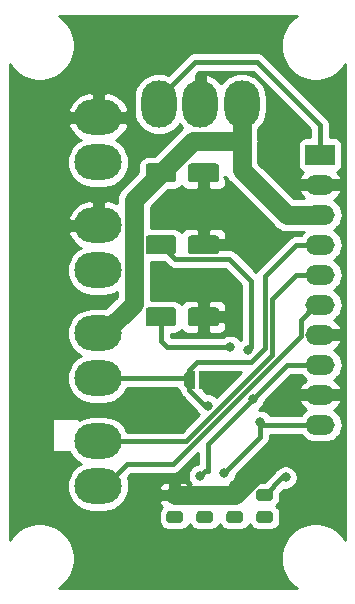
<source format=gbr>
G04 #@! TF.GenerationSoftware,KiCad,Pcbnew,5.1.4-e60b266~84~ubuntu18.04.1*
G04 #@! TF.CreationDate,2019-09-27T15:55:01+08:00*
G04 #@! TF.ProjectId,head,68656164-2e6b-4696-9361-645f70636258,rev?*
G04 #@! TF.SameCoordinates,Original*
G04 #@! TF.FileFunction,Copper,L1,Top*
G04 #@! TF.FilePolarity,Positive*
%FSLAX46Y46*%
G04 Gerber Fmt 4.6, Leading zero omitted, Abs format (unit mm)*
G04 Created by KiCad (PCBNEW 5.1.4-e60b266~84~ubuntu18.04.1) date 2019-09-27 15:55:01*
%MOMM*%
%LPD*%
G04 APERTURE LIST*
%ADD10O,2.500000X1.700000*%
%ADD11C,1.700000*%
%ADD12C,0.100000*%
%ADD13O,4.000000X3.000000*%
%ADD14O,3.000000X4.000000*%
%ADD15C,0.975000*%
%ADD16C,1.600000*%
%ADD17C,0.500000*%
%ADD18C,1.000000*%
%ADD19C,0.800000*%
%ADD20C,0.400000*%
%ADD21C,1.600000*%
%ADD22C,0.254000*%
G04 APERTURE END LIST*
D10*
X115570000Y-64262000D03*
X115570000Y-61722000D03*
X115570000Y-59182000D03*
X115570000Y-56642000D03*
X115570000Y-54102000D03*
X115570000Y-51562000D03*
X115570000Y-49022000D03*
X115570000Y-46482000D03*
X115570000Y-43942000D03*
D11*
X115570000Y-41402000D03*
D12*
G36*
X114320000Y-42252000D02*
G01*
X114320000Y-40552000D01*
X116820000Y-40552000D01*
X116820000Y-42252000D01*
X114320000Y-42252000D01*
X114320000Y-42252000D01*
G37*
D13*
X96774000Y-65659000D03*
X96774000Y-69469000D03*
X96774000Y-56515000D03*
X96774000Y-60325000D03*
X96774000Y-47371000D03*
X96774000Y-51181000D03*
X96774000Y-38227000D03*
X96774000Y-42037000D03*
D14*
X108910000Y-37084000D03*
X105410000Y-37084000D03*
X101910000Y-37084000D03*
D12*
G36*
X103731142Y-69696174D02*
G01*
X103754803Y-69699684D01*
X103778007Y-69705496D01*
X103800529Y-69713554D01*
X103822153Y-69723782D01*
X103842670Y-69736079D01*
X103861883Y-69750329D01*
X103879607Y-69766393D01*
X103895671Y-69784117D01*
X103909921Y-69803330D01*
X103922218Y-69823847D01*
X103932446Y-69845471D01*
X103940504Y-69867993D01*
X103946316Y-69891197D01*
X103949826Y-69914858D01*
X103951000Y-69938750D01*
X103951000Y-70426250D01*
X103949826Y-70450142D01*
X103946316Y-70473803D01*
X103940504Y-70497007D01*
X103932446Y-70519529D01*
X103922218Y-70541153D01*
X103909921Y-70561670D01*
X103895671Y-70580883D01*
X103879607Y-70598607D01*
X103861883Y-70614671D01*
X103842670Y-70628921D01*
X103822153Y-70641218D01*
X103800529Y-70651446D01*
X103778007Y-70659504D01*
X103754803Y-70665316D01*
X103731142Y-70668826D01*
X103707250Y-70670000D01*
X102794750Y-70670000D01*
X102770858Y-70668826D01*
X102747197Y-70665316D01*
X102723993Y-70659504D01*
X102701471Y-70651446D01*
X102679847Y-70641218D01*
X102659330Y-70628921D01*
X102640117Y-70614671D01*
X102622393Y-70598607D01*
X102606329Y-70580883D01*
X102592079Y-70561670D01*
X102579782Y-70541153D01*
X102569554Y-70519529D01*
X102561496Y-70497007D01*
X102555684Y-70473803D01*
X102552174Y-70450142D01*
X102551000Y-70426250D01*
X102551000Y-69938750D01*
X102552174Y-69914858D01*
X102555684Y-69891197D01*
X102561496Y-69867993D01*
X102569554Y-69845471D01*
X102579782Y-69823847D01*
X102592079Y-69803330D01*
X102606329Y-69784117D01*
X102622393Y-69766393D01*
X102640117Y-69750329D01*
X102659330Y-69736079D01*
X102679847Y-69723782D01*
X102701471Y-69713554D01*
X102723993Y-69705496D01*
X102747197Y-69699684D01*
X102770858Y-69696174D01*
X102794750Y-69695000D01*
X103707250Y-69695000D01*
X103731142Y-69696174D01*
X103731142Y-69696174D01*
G37*
D15*
X103251000Y-70182500D03*
D12*
G36*
X103731142Y-71571174D02*
G01*
X103754803Y-71574684D01*
X103778007Y-71580496D01*
X103800529Y-71588554D01*
X103822153Y-71598782D01*
X103842670Y-71611079D01*
X103861883Y-71625329D01*
X103879607Y-71641393D01*
X103895671Y-71659117D01*
X103909921Y-71678330D01*
X103922218Y-71698847D01*
X103932446Y-71720471D01*
X103940504Y-71742993D01*
X103946316Y-71766197D01*
X103949826Y-71789858D01*
X103951000Y-71813750D01*
X103951000Y-72301250D01*
X103949826Y-72325142D01*
X103946316Y-72348803D01*
X103940504Y-72372007D01*
X103932446Y-72394529D01*
X103922218Y-72416153D01*
X103909921Y-72436670D01*
X103895671Y-72455883D01*
X103879607Y-72473607D01*
X103861883Y-72489671D01*
X103842670Y-72503921D01*
X103822153Y-72516218D01*
X103800529Y-72526446D01*
X103778007Y-72534504D01*
X103754803Y-72540316D01*
X103731142Y-72543826D01*
X103707250Y-72545000D01*
X102794750Y-72545000D01*
X102770858Y-72543826D01*
X102747197Y-72540316D01*
X102723993Y-72534504D01*
X102701471Y-72526446D01*
X102679847Y-72516218D01*
X102659330Y-72503921D01*
X102640117Y-72489671D01*
X102622393Y-72473607D01*
X102606329Y-72455883D01*
X102592079Y-72436670D01*
X102579782Y-72416153D01*
X102569554Y-72394529D01*
X102561496Y-72372007D01*
X102555684Y-72348803D01*
X102552174Y-72325142D01*
X102551000Y-72301250D01*
X102551000Y-71813750D01*
X102552174Y-71789858D01*
X102555684Y-71766197D01*
X102561496Y-71742993D01*
X102569554Y-71720471D01*
X102579782Y-71698847D01*
X102592079Y-71678330D01*
X102606329Y-71659117D01*
X102622393Y-71641393D01*
X102640117Y-71625329D01*
X102659330Y-71611079D01*
X102679847Y-71598782D01*
X102701471Y-71588554D01*
X102723993Y-71580496D01*
X102747197Y-71574684D01*
X102770858Y-71571174D01*
X102794750Y-71570000D01*
X103707250Y-71570000D01*
X103731142Y-71571174D01*
X103731142Y-71571174D01*
G37*
D15*
X103251000Y-72057500D03*
D12*
G36*
X111351142Y-69696174D02*
G01*
X111374803Y-69699684D01*
X111398007Y-69705496D01*
X111420529Y-69713554D01*
X111442153Y-69723782D01*
X111462670Y-69736079D01*
X111481883Y-69750329D01*
X111499607Y-69766393D01*
X111515671Y-69784117D01*
X111529921Y-69803330D01*
X111542218Y-69823847D01*
X111552446Y-69845471D01*
X111560504Y-69867993D01*
X111566316Y-69891197D01*
X111569826Y-69914858D01*
X111571000Y-69938750D01*
X111571000Y-70426250D01*
X111569826Y-70450142D01*
X111566316Y-70473803D01*
X111560504Y-70497007D01*
X111552446Y-70519529D01*
X111542218Y-70541153D01*
X111529921Y-70561670D01*
X111515671Y-70580883D01*
X111499607Y-70598607D01*
X111481883Y-70614671D01*
X111462670Y-70628921D01*
X111442153Y-70641218D01*
X111420529Y-70651446D01*
X111398007Y-70659504D01*
X111374803Y-70665316D01*
X111351142Y-70668826D01*
X111327250Y-70670000D01*
X110414750Y-70670000D01*
X110390858Y-70668826D01*
X110367197Y-70665316D01*
X110343993Y-70659504D01*
X110321471Y-70651446D01*
X110299847Y-70641218D01*
X110279330Y-70628921D01*
X110260117Y-70614671D01*
X110242393Y-70598607D01*
X110226329Y-70580883D01*
X110212079Y-70561670D01*
X110199782Y-70541153D01*
X110189554Y-70519529D01*
X110181496Y-70497007D01*
X110175684Y-70473803D01*
X110172174Y-70450142D01*
X110171000Y-70426250D01*
X110171000Y-69938750D01*
X110172174Y-69914858D01*
X110175684Y-69891197D01*
X110181496Y-69867993D01*
X110189554Y-69845471D01*
X110199782Y-69823847D01*
X110212079Y-69803330D01*
X110226329Y-69784117D01*
X110242393Y-69766393D01*
X110260117Y-69750329D01*
X110279330Y-69736079D01*
X110299847Y-69723782D01*
X110321471Y-69713554D01*
X110343993Y-69705496D01*
X110367197Y-69699684D01*
X110390858Y-69696174D01*
X110414750Y-69695000D01*
X111327250Y-69695000D01*
X111351142Y-69696174D01*
X111351142Y-69696174D01*
G37*
D15*
X110871000Y-70182500D03*
D12*
G36*
X111351142Y-71571174D02*
G01*
X111374803Y-71574684D01*
X111398007Y-71580496D01*
X111420529Y-71588554D01*
X111442153Y-71598782D01*
X111462670Y-71611079D01*
X111481883Y-71625329D01*
X111499607Y-71641393D01*
X111515671Y-71659117D01*
X111529921Y-71678330D01*
X111542218Y-71698847D01*
X111552446Y-71720471D01*
X111560504Y-71742993D01*
X111566316Y-71766197D01*
X111569826Y-71789858D01*
X111571000Y-71813750D01*
X111571000Y-72301250D01*
X111569826Y-72325142D01*
X111566316Y-72348803D01*
X111560504Y-72372007D01*
X111552446Y-72394529D01*
X111542218Y-72416153D01*
X111529921Y-72436670D01*
X111515671Y-72455883D01*
X111499607Y-72473607D01*
X111481883Y-72489671D01*
X111462670Y-72503921D01*
X111442153Y-72516218D01*
X111420529Y-72526446D01*
X111398007Y-72534504D01*
X111374803Y-72540316D01*
X111351142Y-72543826D01*
X111327250Y-72545000D01*
X110414750Y-72545000D01*
X110390858Y-72543826D01*
X110367197Y-72540316D01*
X110343993Y-72534504D01*
X110321471Y-72526446D01*
X110299847Y-72516218D01*
X110279330Y-72503921D01*
X110260117Y-72489671D01*
X110242393Y-72473607D01*
X110226329Y-72455883D01*
X110212079Y-72436670D01*
X110199782Y-72416153D01*
X110189554Y-72394529D01*
X110181496Y-72372007D01*
X110175684Y-72348803D01*
X110172174Y-72325142D01*
X110171000Y-72301250D01*
X110171000Y-71813750D01*
X110172174Y-71789858D01*
X110175684Y-71766197D01*
X110181496Y-71742993D01*
X110189554Y-71720471D01*
X110199782Y-71698847D01*
X110212079Y-71678330D01*
X110226329Y-71659117D01*
X110242393Y-71641393D01*
X110260117Y-71625329D01*
X110279330Y-71611079D01*
X110299847Y-71598782D01*
X110321471Y-71588554D01*
X110343993Y-71580496D01*
X110367197Y-71574684D01*
X110390858Y-71571174D01*
X110414750Y-71570000D01*
X111327250Y-71570000D01*
X111351142Y-71571174D01*
X111351142Y-71571174D01*
G37*
D15*
X110871000Y-72057500D03*
D12*
G36*
X108811142Y-69696174D02*
G01*
X108834803Y-69699684D01*
X108858007Y-69705496D01*
X108880529Y-69713554D01*
X108902153Y-69723782D01*
X108922670Y-69736079D01*
X108941883Y-69750329D01*
X108959607Y-69766393D01*
X108975671Y-69784117D01*
X108989921Y-69803330D01*
X109002218Y-69823847D01*
X109012446Y-69845471D01*
X109020504Y-69867993D01*
X109026316Y-69891197D01*
X109029826Y-69914858D01*
X109031000Y-69938750D01*
X109031000Y-70426250D01*
X109029826Y-70450142D01*
X109026316Y-70473803D01*
X109020504Y-70497007D01*
X109012446Y-70519529D01*
X109002218Y-70541153D01*
X108989921Y-70561670D01*
X108975671Y-70580883D01*
X108959607Y-70598607D01*
X108941883Y-70614671D01*
X108922670Y-70628921D01*
X108902153Y-70641218D01*
X108880529Y-70651446D01*
X108858007Y-70659504D01*
X108834803Y-70665316D01*
X108811142Y-70668826D01*
X108787250Y-70670000D01*
X107874750Y-70670000D01*
X107850858Y-70668826D01*
X107827197Y-70665316D01*
X107803993Y-70659504D01*
X107781471Y-70651446D01*
X107759847Y-70641218D01*
X107739330Y-70628921D01*
X107720117Y-70614671D01*
X107702393Y-70598607D01*
X107686329Y-70580883D01*
X107672079Y-70561670D01*
X107659782Y-70541153D01*
X107649554Y-70519529D01*
X107641496Y-70497007D01*
X107635684Y-70473803D01*
X107632174Y-70450142D01*
X107631000Y-70426250D01*
X107631000Y-69938750D01*
X107632174Y-69914858D01*
X107635684Y-69891197D01*
X107641496Y-69867993D01*
X107649554Y-69845471D01*
X107659782Y-69823847D01*
X107672079Y-69803330D01*
X107686329Y-69784117D01*
X107702393Y-69766393D01*
X107720117Y-69750329D01*
X107739330Y-69736079D01*
X107759847Y-69723782D01*
X107781471Y-69713554D01*
X107803993Y-69705496D01*
X107827197Y-69699684D01*
X107850858Y-69696174D01*
X107874750Y-69695000D01*
X108787250Y-69695000D01*
X108811142Y-69696174D01*
X108811142Y-69696174D01*
G37*
D15*
X108331000Y-70182500D03*
D12*
G36*
X108811142Y-71571174D02*
G01*
X108834803Y-71574684D01*
X108858007Y-71580496D01*
X108880529Y-71588554D01*
X108902153Y-71598782D01*
X108922670Y-71611079D01*
X108941883Y-71625329D01*
X108959607Y-71641393D01*
X108975671Y-71659117D01*
X108989921Y-71678330D01*
X109002218Y-71698847D01*
X109012446Y-71720471D01*
X109020504Y-71742993D01*
X109026316Y-71766197D01*
X109029826Y-71789858D01*
X109031000Y-71813750D01*
X109031000Y-72301250D01*
X109029826Y-72325142D01*
X109026316Y-72348803D01*
X109020504Y-72372007D01*
X109012446Y-72394529D01*
X109002218Y-72416153D01*
X108989921Y-72436670D01*
X108975671Y-72455883D01*
X108959607Y-72473607D01*
X108941883Y-72489671D01*
X108922670Y-72503921D01*
X108902153Y-72516218D01*
X108880529Y-72526446D01*
X108858007Y-72534504D01*
X108834803Y-72540316D01*
X108811142Y-72543826D01*
X108787250Y-72545000D01*
X107874750Y-72545000D01*
X107850858Y-72543826D01*
X107827197Y-72540316D01*
X107803993Y-72534504D01*
X107781471Y-72526446D01*
X107759847Y-72516218D01*
X107739330Y-72503921D01*
X107720117Y-72489671D01*
X107702393Y-72473607D01*
X107686329Y-72455883D01*
X107672079Y-72436670D01*
X107659782Y-72416153D01*
X107649554Y-72394529D01*
X107641496Y-72372007D01*
X107635684Y-72348803D01*
X107632174Y-72325142D01*
X107631000Y-72301250D01*
X107631000Y-71813750D01*
X107632174Y-71789858D01*
X107635684Y-71766197D01*
X107641496Y-71742993D01*
X107649554Y-71720471D01*
X107659782Y-71698847D01*
X107672079Y-71678330D01*
X107686329Y-71659117D01*
X107702393Y-71641393D01*
X107720117Y-71625329D01*
X107739330Y-71611079D01*
X107759847Y-71598782D01*
X107781471Y-71588554D01*
X107803993Y-71580496D01*
X107827197Y-71574684D01*
X107850858Y-71571174D01*
X107874750Y-71570000D01*
X108787250Y-71570000D01*
X108811142Y-71571174D01*
X108811142Y-71571174D01*
G37*
D15*
X108331000Y-72057500D03*
D12*
G36*
X106271142Y-69696174D02*
G01*
X106294803Y-69699684D01*
X106318007Y-69705496D01*
X106340529Y-69713554D01*
X106362153Y-69723782D01*
X106382670Y-69736079D01*
X106401883Y-69750329D01*
X106419607Y-69766393D01*
X106435671Y-69784117D01*
X106449921Y-69803330D01*
X106462218Y-69823847D01*
X106472446Y-69845471D01*
X106480504Y-69867993D01*
X106486316Y-69891197D01*
X106489826Y-69914858D01*
X106491000Y-69938750D01*
X106491000Y-70426250D01*
X106489826Y-70450142D01*
X106486316Y-70473803D01*
X106480504Y-70497007D01*
X106472446Y-70519529D01*
X106462218Y-70541153D01*
X106449921Y-70561670D01*
X106435671Y-70580883D01*
X106419607Y-70598607D01*
X106401883Y-70614671D01*
X106382670Y-70628921D01*
X106362153Y-70641218D01*
X106340529Y-70651446D01*
X106318007Y-70659504D01*
X106294803Y-70665316D01*
X106271142Y-70668826D01*
X106247250Y-70670000D01*
X105334750Y-70670000D01*
X105310858Y-70668826D01*
X105287197Y-70665316D01*
X105263993Y-70659504D01*
X105241471Y-70651446D01*
X105219847Y-70641218D01*
X105199330Y-70628921D01*
X105180117Y-70614671D01*
X105162393Y-70598607D01*
X105146329Y-70580883D01*
X105132079Y-70561670D01*
X105119782Y-70541153D01*
X105109554Y-70519529D01*
X105101496Y-70497007D01*
X105095684Y-70473803D01*
X105092174Y-70450142D01*
X105091000Y-70426250D01*
X105091000Y-69938750D01*
X105092174Y-69914858D01*
X105095684Y-69891197D01*
X105101496Y-69867993D01*
X105109554Y-69845471D01*
X105119782Y-69823847D01*
X105132079Y-69803330D01*
X105146329Y-69784117D01*
X105162393Y-69766393D01*
X105180117Y-69750329D01*
X105199330Y-69736079D01*
X105219847Y-69723782D01*
X105241471Y-69713554D01*
X105263993Y-69705496D01*
X105287197Y-69699684D01*
X105310858Y-69696174D01*
X105334750Y-69695000D01*
X106247250Y-69695000D01*
X106271142Y-69696174D01*
X106271142Y-69696174D01*
G37*
D15*
X105791000Y-70182500D03*
D12*
G36*
X106271142Y-71571174D02*
G01*
X106294803Y-71574684D01*
X106318007Y-71580496D01*
X106340529Y-71588554D01*
X106362153Y-71598782D01*
X106382670Y-71611079D01*
X106401883Y-71625329D01*
X106419607Y-71641393D01*
X106435671Y-71659117D01*
X106449921Y-71678330D01*
X106462218Y-71698847D01*
X106472446Y-71720471D01*
X106480504Y-71742993D01*
X106486316Y-71766197D01*
X106489826Y-71789858D01*
X106491000Y-71813750D01*
X106491000Y-72301250D01*
X106489826Y-72325142D01*
X106486316Y-72348803D01*
X106480504Y-72372007D01*
X106472446Y-72394529D01*
X106462218Y-72416153D01*
X106449921Y-72436670D01*
X106435671Y-72455883D01*
X106419607Y-72473607D01*
X106401883Y-72489671D01*
X106382670Y-72503921D01*
X106362153Y-72516218D01*
X106340529Y-72526446D01*
X106318007Y-72534504D01*
X106294803Y-72540316D01*
X106271142Y-72543826D01*
X106247250Y-72545000D01*
X105334750Y-72545000D01*
X105310858Y-72543826D01*
X105287197Y-72540316D01*
X105263993Y-72534504D01*
X105241471Y-72526446D01*
X105219847Y-72516218D01*
X105199330Y-72503921D01*
X105180117Y-72489671D01*
X105162393Y-72473607D01*
X105146329Y-72455883D01*
X105132079Y-72436670D01*
X105119782Y-72416153D01*
X105109554Y-72394529D01*
X105101496Y-72372007D01*
X105095684Y-72348803D01*
X105092174Y-72325142D01*
X105091000Y-72301250D01*
X105091000Y-71813750D01*
X105092174Y-71789858D01*
X105095684Y-71766197D01*
X105101496Y-71742993D01*
X105109554Y-71720471D01*
X105119782Y-71698847D01*
X105132079Y-71678330D01*
X105146329Y-71659117D01*
X105162393Y-71641393D01*
X105180117Y-71625329D01*
X105199330Y-71611079D01*
X105219847Y-71598782D01*
X105241471Y-71588554D01*
X105263993Y-71580496D01*
X105287197Y-71574684D01*
X105310858Y-71571174D01*
X105334750Y-71570000D01*
X106247250Y-71570000D01*
X106271142Y-71571174D01*
X106271142Y-71571174D01*
G37*
D15*
X105791000Y-72057500D03*
D12*
G36*
X106760504Y-42127204D02*
G01*
X106784773Y-42130804D01*
X106808571Y-42136765D01*
X106831671Y-42145030D01*
X106853849Y-42155520D01*
X106874893Y-42168133D01*
X106894598Y-42182747D01*
X106912777Y-42199223D01*
X106929253Y-42217402D01*
X106943867Y-42237107D01*
X106956480Y-42258151D01*
X106966970Y-42280329D01*
X106975235Y-42303429D01*
X106981196Y-42327227D01*
X106984796Y-42351496D01*
X106986000Y-42376000D01*
X106986000Y-43476000D01*
X106984796Y-43500504D01*
X106981196Y-43524773D01*
X106975235Y-43548571D01*
X106966970Y-43571671D01*
X106956480Y-43593849D01*
X106943867Y-43614893D01*
X106929253Y-43634598D01*
X106912777Y-43652777D01*
X106894598Y-43669253D01*
X106874893Y-43683867D01*
X106853849Y-43696480D01*
X106831671Y-43706970D01*
X106808571Y-43715235D01*
X106784773Y-43721196D01*
X106760504Y-43724796D01*
X106736000Y-43726000D01*
X104636000Y-43726000D01*
X104611496Y-43724796D01*
X104587227Y-43721196D01*
X104563429Y-43715235D01*
X104540329Y-43706970D01*
X104518151Y-43696480D01*
X104497107Y-43683867D01*
X104477402Y-43669253D01*
X104459223Y-43652777D01*
X104442747Y-43634598D01*
X104428133Y-43614893D01*
X104415520Y-43593849D01*
X104405030Y-43571671D01*
X104396765Y-43548571D01*
X104390804Y-43524773D01*
X104387204Y-43500504D01*
X104386000Y-43476000D01*
X104386000Y-42376000D01*
X104387204Y-42351496D01*
X104390804Y-42327227D01*
X104396765Y-42303429D01*
X104405030Y-42280329D01*
X104415520Y-42258151D01*
X104428133Y-42237107D01*
X104442747Y-42217402D01*
X104459223Y-42199223D01*
X104477402Y-42182747D01*
X104497107Y-42168133D01*
X104518151Y-42155520D01*
X104540329Y-42145030D01*
X104563429Y-42136765D01*
X104587227Y-42130804D01*
X104611496Y-42127204D01*
X104636000Y-42126000D01*
X106736000Y-42126000D01*
X106760504Y-42127204D01*
X106760504Y-42127204D01*
G37*
D16*
X105686000Y-42926000D03*
D12*
G36*
X103160504Y-42127204D02*
G01*
X103184773Y-42130804D01*
X103208571Y-42136765D01*
X103231671Y-42145030D01*
X103253849Y-42155520D01*
X103274893Y-42168133D01*
X103294598Y-42182747D01*
X103312777Y-42199223D01*
X103329253Y-42217402D01*
X103343867Y-42237107D01*
X103356480Y-42258151D01*
X103366970Y-42280329D01*
X103375235Y-42303429D01*
X103381196Y-42327227D01*
X103384796Y-42351496D01*
X103386000Y-42376000D01*
X103386000Y-43476000D01*
X103384796Y-43500504D01*
X103381196Y-43524773D01*
X103375235Y-43548571D01*
X103366970Y-43571671D01*
X103356480Y-43593849D01*
X103343867Y-43614893D01*
X103329253Y-43634598D01*
X103312777Y-43652777D01*
X103294598Y-43669253D01*
X103274893Y-43683867D01*
X103253849Y-43696480D01*
X103231671Y-43706970D01*
X103208571Y-43715235D01*
X103184773Y-43721196D01*
X103160504Y-43724796D01*
X103136000Y-43726000D01*
X101036000Y-43726000D01*
X101011496Y-43724796D01*
X100987227Y-43721196D01*
X100963429Y-43715235D01*
X100940329Y-43706970D01*
X100918151Y-43696480D01*
X100897107Y-43683867D01*
X100877402Y-43669253D01*
X100859223Y-43652777D01*
X100842747Y-43634598D01*
X100828133Y-43614893D01*
X100815520Y-43593849D01*
X100805030Y-43571671D01*
X100796765Y-43548571D01*
X100790804Y-43524773D01*
X100787204Y-43500504D01*
X100786000Y-43476000D01*
X100786000Y-42376000D01*
X100787204Y-42351496D01*
X100790804Y-42327227D01*
X100796765Y-42303429D01*
X100805030Y-42280329D01*
X100815520Y-42258151D01*
X100828133Y-42237107D01*
X100842747Y-42217402D01*
X100859223Y-42199223D01*
X100877402Y-42182747D01*
X100897107Y-42168133D01*
X100918151Y-42155520D01*
X100940329Y-42145030D01*
X100963429Y-42136765D01*
X100987227Y-42130804D01*
X101011496Y-42127204D01*
X101036000Y-42126000D01*
X103136000Y-42126000D01*
X103160504Y-42127204D01*
X103160504Y-42127204D01*
G37*
D16*
X102086000Y-42926000D03*
D12*
G36*
X106760504Y-54319204D02*
G01*
X106784773Y-54322804D01*
X106808571Y-54328765D01*
X106831671Y-54337030D01*
X106853849Y-54347520D01*
X106874893Y-54360133D01*
X106894598Y-54374747D01*
X106912777Y-54391223D01*
X106929253Y-54409402D01*
X106943867Y-54429107D01*
X106956480Y-54450151D01*
X106966970Y-54472329D01*
X106975235Y-54495429D01*
X106981196Y-54519227D01*
X106984796Y-54543496D01*
X106986000Y-54568000D01*
X106986000Y-55668000D01*
X106984796Y-55692504D01*
X106981196Y-55716773D01*
X106975235Y-55740571D01*
X106966970Y-55763671D01*
X106956480Y-55785849D01*
X106943867Y-55806893D01*
X106929253Y-55826598D01*
X106912777Y-55844777D01*
X106894598Y-55861253D01*
X106874893Y-55875867D01*
X106853849Y-55888480D01*
X106831671Y-55898970D01*
X106808571Y-55907235D01*
X106784773Y-55913196D01*
X106760504Y-55916796D01*
X106736000Y-55918000D01*
X104636000Y-55918000D01*
X104611496Y-55916796D01*
X104587227Y-55913196D01*
X104563429Y-55907235D01*
X104540329Y-55898970D01*
X104518151Y-55888480D01*
X104497107Y-55875867D01*
X104477402Y-55861253D01*
X104459223Y-55844777D01*
X104442747Y-55826598D01*
X104428133Y-55806893D01*
X104415520Y-55785849D01*
X104405030Y-55763671D01*
X104396765Y-55740571D01*
X104390804Y-55716773D01*
X104387204Y-55692504D01*
X104386000Y-55668000D01*
X104386000Y-54568000D01*
X104387204Y-54543496D01*
X104390804Y-54519227D01*
X104396765Y-54495429D01*
X104405030Y-54472329D01*
X104415520Y-54450151D01*
X104428133Y-54429107D01*
X104442747Y-54409402D01*
X104459223Y-54391223D01*
X104477402Y-54374747D01*
X104497107Y-54360133D01*
X104518151Y-54347520D01*
X104540329Y-54337030D01*
X104563429Y-54328765D01*
X104587227Y-54322804D01*
X104611496Y-54319204D01*
X104636000Y-54318000D01*
X106736000Y-54318000D01*
X106760504Y-54319204D01*
X106760504Y-54319204D01*
G37*
D16*
X105686000Y-55118000D03*
D12*
G36*
X103160504Y-54319204D02*
G01*
X103184773Y-54322804D01*
X103208571Y-54328765D01*
X103231671Y-54337030D01*
X103253849Y-54347520D01*
X103274893Y-54360133D01*
X103294598Y-54374747D01*
X103312777Y-54391223D01*
X103329253Y-54409402D01*
X103343867Y-54429107D01*
X103356480Y-54450151D01*
X103366970Y-54472329D01*
X103375235Y-54495429D01*
X103381196Y-54519227D01*
X103384796Y-54543496D01*
X103386000Y-54568000D01*
X103386000Y-55668000D01*
X103384796Y-55692504D01*
X103381196Y-55716773D01*
X103375235Y-55740571D01*
X103366970Y-55763671D01*
X103356480Y-55785849D01*
X103343867Y-55806893D01*
X103329253Y-55826598D01*
X103312777Y-55844777D01*
X103294598Y-55861253D01*
X103274893Y-55875867D01*
X103253849Y-55888480D01*
X103231671Y-55898970D01*
X103208571Y-55907235D01*
X103184773Y-55913196D01*
X103160504Y-55916796D01*
X103136000Y-55918000D01*
X101036000Y-55918000D01*
X101011496Y-55916796D01*
X100987227Y-55913196D01*
X100963429Y-55907235D01*
X100940329Y-55898970D01*
X100918151Y-55888480D01*
X100897107Y-55875867D01*
X100877402Y-55861253D01*
X100859223Y-55844777D01*
X100842747Y-55826598D01*
X100828133Y-55806893D01*
X100815520Y-55785849D01*
X100805030Y-55763671D01*
X100796765Y-55740571D01*
X100790804Y-55716773D01*
X100787204Y-55692504D01*
X100786000Y-55668000D01*
X100786000Y-54568000D01*
X100787204Y-54543496D01*
X100790804Y-54519227D01*
X100796765Y-54495429D01*
X100805030Y-54472329D01*
X100815520Y-54450151D01*
X100828133Y-54429107D01*
X100842747Y-54409402D01*
X100859223Y-54391223D01*
X100877402Y-54374747D01*
X100897107Y-54360133D01*
X100918151Y-54347520D01*
X100940329Y-54337030D01*
X100963429Y-54328765D01*
X100987227Y-54322804D01*
X101011496Y-54319204D01*
X101036000Y-54318000D01*
X103136000Y-54318000D01*
X103160504Y-54319204D01*
X103160504Y-54319204D01*
G37*
D16*
X102086000Y-55118000D03*
D12*
G36*
X106760504Y-48223204D02*
G01*
X106784773Y-48226804D01*
X106808571Y-48232765D01*
X106831671Y-48241030D01*
X106853849Y-48251520D01*
X106874893Y-48264133D01*
X106894598Y-48278747D01*
X106912777Y-48295223D01*
X106929253Y-48313402D01*
X106943867Y-48333107D01*
X106956480Y-48354151D01*
X106966970Y-48376329D01*
X106975235Y-48399429D01*
X106981196Y-48423227D01*
X106984796Y-48447496D01*
X106986000Y-48472000D01*
X106986000Y-49572000D01*
X106984796Y-49596504D01*
X106981196Y-49620773D01*
X106975235Y-49644571D01*
X106966970Y-49667671D01*
X106956480Y-49689849D01*
X106943867Y-49710893D01*
X106929253Y-49730598D01*
X106912777Y-49748777D01*
X106894598Y-49765253D01*
X106874893Y-49779867D01*
X106853849Y-49792480D01*
X106831671Y-49802970D01*
X106808571Y-49811235D01*
X106784773Y-49817196D01*
X106760504Y-49820796D01*
X106736000Y-49822000D01*
X104636000Y-49822000D01*
X104611496Y-49820796D01*
X104587227Y-49817196D01*
X104563429Y-49811235D01*
X104540329Y-49802970D01*
X104518151Y-49792480D01*
X104497107Y-49779867D01*
X104477402Y-49765253D01*
X104459223Y-49748777D01*
X104442747Y-49730598D01*
X104428133Y-49710893D01*
X104415520Y-49689849D01*
X104405030Y-49667671D01*
X104396765Y-49644571D01*
X104390804Y-49620773D01*
X104387204Y-49596504D01*
X104386000Y-49572000D01*
X104386000Y-48472000D01*
X104387204Y-48447496D01*
X104390804Y-48423227D01*
X104396765Y-48399429D01*
X104405030Y-48376329D01*
X104415520Y-48354151D01*
X104428133Y-48333107D01*
X104442747Y-48313402D01*
X104459223Y-48295223D01*
X104477402Y-48278747D01*
X104497107Y-48264133D01*
X104518151Y-48251520D01*
X104540329Y-48241030D01*
X104563429Y-48232765D01*
X104587227Y-48226804D01*
X104611496Y-48223204D01*
X104636000Y-48222000D01*
X106736000Y-48222000D01*
X106760504Y-48223204D01*
X106760504Y-48223204D01*
G37*
D16*
X105686000Y-49022000D03*
D12*
G36*
X103160504Y-48223204D02*
G01*
X103184773Y-48226804D01*
X103208571Y-48232765D01*
X103231671Y-48241030D01*
X103253849Y-48251520D01*
X103274893Y-48264133D01*
X103294598Y-48278747D01*
X103312777Y-48295223D01*
X103329253Y-48313402D01*
X103343867Y-48333107D01*
X103356480Y-48354151D01*
X103366970Y-48376329D01*
X103375235Y-48399429D01*
X103381196Y-48423227D01*
X103384796Y-48447496D01*
X103386000Y-48472000D01*
X103386000Y-49572000D01*
X103384796Y-49596504D01*
X103381196Y-49620773D01*
X103375235Y-49644571D01*
X103366970Y-49667671D01*
X103356480Y-49689849D01*
X103343867Y-49710893D01*
X103329253Y-49730598D01*
X103312777Y-49748777D01*
X103294598Y-49765253D01*
X103274893Y-49779867D01*
X103253849Y-49792480D01*
X103231671Y-49802970D01*
X103208571Y-49811235D01*
X103184773Y-49817196D01*
X103160504Y-49820796D01*
X103136000Y-49822000D01*
X101036000Y-49822000D01*
X101011496Y-49820796D01*
X100987227Y-49817196D01*
X100963429Y-49811235D01*
X100940329Y-49802970D01*
X100918151Y-49792480D01*
X100897107Y-49779867D01*
X100877402Y-49765253D01*
X100859223Y-49748777D01*
X100842747Y-49730598D01*
X100828133Y-49710893D01*
X100815520Y-49689849D01*
X100805030Y-49667671D01*
X100796765Y-49644571D01*
X100790804Y-49620773D01*
X100787204Y-49596504D01*
X100786000Y-49572000D01*
X100786000Y-48472000D01*
X100787204Y-48447496D01*
X100790804Y-48423227D01*
X100796765Y-48399429D01*
X100805030Y-48376329D01*
X100815520Y-48354151D01*
X100828133Y-48333107D01*
X100842747Y-48313402D01*
X100859223Y-48295223D01*
X100877402Y-48278747D01*
X100897107Y-48264133D01*
X100918151Y-48251520D01*
X100940329Y-48241030D01*
X100963429Y-48232765D01*
X100987227Y-48226804D01*
X101011496Y-48223204D01*
X101036000Y-48222000D01*
X103136000Y-48222000D01*
X103160504Y-48223204D01*
X103160504Y-48223204D01*
G37*
D16*
X102086000Y-49022000D03*
D17*
X105806000Y-60452000D03*
D12*
G36*
X105806000Y-59702602D02*
G01*
X105830534Y-59702602D01*
X105879365Y-59707412D01*
X105927490Y-59716984D01*
X105974445Y-59731228D01*
X106019778Y-59750005D01*
X106063051Y-59773136D01*
X106103850Y-59800396D01*
X106141779Y-59831524D01*
X106176476Y-59866221D01*
X106207604Y-59904150D01*
X106234864Y-59944949D01*
X106257995Y-59988222D01*
X106276772Y-60033555D01*
X106291016Y-60080510D01*
X106300588Y-60128635D01*
X106305398Y-60177466D01*
X106305398Y-60202000D01*
X106306000Y-60202000D01*
X106306000Y-60702000D01*
X106305398Y-60702000D01*
X106305398Y-60726534D01*
X106300588Y-60775365D01*
X106291016Y-60823490D01*
X106276772Y-60870445D01*
X106257995Y-60915778D01*
X106234864Y-60959051D01*
X106207604Y-60999850D01*
X106176476Y-61037779D01*
X106141779Y-61072476D01*
X106103850Y-61103604D01*
X106063051Y-61130864D01*
X106019778Y-61153995D01*
X105974445Y-61172772D01*
X105927490Y-61187016D01*
X105879365Y-61196588D01*
X105830534Y-61201398D01*
X105806000Y-61201398D01*
X105806000Y-61202000D01*
X105306000Y-61202000D01*
X105306000Y-59702000D01*
X105806000Y-59702000D01*
X105806000Y-59702602D01*
X105806000Y-59702602D01*
G37*
D17*
X104506000Y-60452000D03*
D12*
G36*
X105006000Y-61202000D02*
G01*
X104506000Y-61202000D01*
X104506000Y-61201398D01*
X104481466Y-61201398D01*
X104432635Y-61196588D01*
X104384510Y-61187016D01*
X104337555Y-61172772D01*
X104292222Y-61153995D01*
X104248949Y-61130864D01*
X104208150Y-61103604D01*
X104170221Y-61072476D01*
X104135524Y-61037779D01*
X104104396Y-60999850D01*
X104077136Y-60959051D01*
X104054005Y-60915778D01*
X104035228Y-60870445D01*
X104020984Y-60823490D01*
X104011412Y-60775365D01*
X104006602Y-60726534D01*
X104006602Y-60702000D01*
X104006000Y-60702000D01*
X104006000Y-60202000D01*
X104006602Y-60202000D01*
X104006602Y-60177466D01*
X104011412Y-60128635D01*
X104020984Y-60080510D01*
X104035228Y-60033555D01*
X104054005Y-59988222D01*
X104077136Y-59944949D01*
X104104396Y-59904150D01*
X104135524Y-59866221D01*
X104170221Y-59831524D01*
X104208150Y-59800396D01*
X104248949Y-59773136D01*
X104292222Y-59750005D01*
X104337555Y-59731228D01*
X104384510Y-59716984D01*
X104432635Y-59707412D01*
X104481466Y-59702602D01*
X104506000Y-59702602D01*
X104506000Y-59702000D01*
X105006000Y-59702000D01*
X105006000Y-61202000D01*
X105006000Y-61202000D01*
G37*
D18*
X105686000Y-42926000D03*
X105686000Y-49022000D03*
X105686000Y-55118000D03*
X105806000Y-60452000D03*
X112268000Y-66294004D03*
D19*
X102086000Y-55118000D03*
X110490000Y-64008000D03*
X107442000Y-68326000D03*
X107950000Y-57658000D03*
X102086000Y-49022000D03*
X105410000Y-68580000D03*
X109474000Y-57912000D03*
X109855000Y-62103000D03*
X106071036Y-62637036D03*
X112649000Y-68707000D03*
X105791000Y-72009000D03*
X108331000Y-72009000D03*
X110871000Y-72009000D03*
X103251000Y-72009000D03*
D20*
X110236000Y-33528000D02*
X115570000Y-38862000D01*
X115570000Y-38862000D02*
X115570000Y-41402000D01*
X101910000Y-36584000D02*
X104966000Y-33528000D01*
X104966000Y-33528000D02*
X110236000Y-33528000D01*
X101910000Y-37084000D02*
X101910000Y-36584000D01*
D21*
X103251000Y-70182500D02*
X108331000Y-70182500D01*
X108331000Y-70182500D02*
X112219496Y-66294004D01*
X112219496Y-66294004D02*
X112268000Y-66294004D01*
X99774010Y-54014990D02*
X99774010Y-45237990D01*
X97274000Y-56515000D02*
X99774010Y-54014990D01*
X101215290Y-43796710D02*
X102086000Y-42926000D01*
X99774010Y-45237990D02*
X101215290Y-43796710D01*
X96774000Y-56515000D02*
X97274000Y-56515000D01*
X112720000Y-46482000D02*
X115570000Y-46482000D01*
X108910000Y-37084000D02*
X108910000Y-42672000D01*
X108910000Y-42672000D02*
X112720000Y-46482000D01*
X104767226Y-40244774D02*
X102086000Y-42926000D01*
X108910000Y-37084000D02*
X108910000Y-40244774D01*
X108910000Y-40244774D02*
X104767226Y-40244774D01*
D20*
X115570000Y-64262000D02*
X110744000Y-64262000D01*
X110744000Y-64262000D02*
X110490000Y-64008000D01*
X110490000Y-65278000D02*
X110490000Y-64008000D01*
X107442000Y-68326000D02*
X110490000Y-65278000D01*
X107384315Y-57658000D02*
X107950000Y-57658000D01*
X102616000Y-57658000D02*
X107384315Y-57658000D01*
X102086000Y-55118000D02*
X102086000Y-57128000D01*
X102086000Y-57128000D02*
X102616000Y-57658000D01*
X113920000Y-56768000D02*
X103119000Y-67569000D01*
X113920000Y-55352000D02*
X113920000Y-56768000D01*
X115570000Y-54102000D02*
X115170000Y-54102000D01*
X115170000Y-54102000D02*
X113920000Y-55352000D01*
X97274000Y-69469000D02*
X96774000Y-69469000D01*
X103119000Y-67569000D02*
X99174000Y-67569000D01*
X99174000Y-67569000D02*
X97274000Y-69469000D01*
X105820990Y-68169010D02*
X106074990Y-68169010D01*
X105410000Y-68580000D02*
X105820990Y-68169010D01*
X106074990Y-68169010D02*
X106074990Y-65883010D01*
X112776000Y-59182000D02*
X115570000Y-59182000D01*
X106074990Y-65883010D02*
X112776000Y-59182000D01*
X103286010Y-50222010D02*
X107880010Y-50222010D01*
X102086000Y-49022000D02*
X103286010Y-50222010D01*
X107880010Y-50222010D02*
X109728000Y-52070000D01*
X109728000Y-52070000D02*
X109728000Y-57658000D01*
X109728000Y-57658000D02*
X109474000Y-57912000D01*
X104379000Y-60325000D02*
X104506000Y-60452000D01*
X96774000Y-60325000D02*
X104379000Y-60325000D01*
X104506000Y-61299592D02*
X105843444Y-62637036D01*
X105843444Y-62637036D02*
X106071036Y-62637036D01*
X104506000Y-60452000D02*
X104506000Y-61299592D01*
X104506000Y-59604408D02*
X105182408Y-58928000D01*
X104506000Y-60452000D02*
X104506000Y-59604408D01*
X105182408Y-58928000D02*
X109728000Y-58928000D01*
X110905990Y-57750010D02*
X110905990Y-51654010D01*
X109728000Y-58928000D02*
X110905990Y-57750010D01*
X113538000Y-49022000D02*
X115570000Y-49022000D01*
X110905990Y-51654010D02*
X113538000Y-49022000D01*
X110871000Y-70182500D02*
X112346500Y-68707000D01*
X112346500Y-68707000D02*
X112649000Y-68707000D01*
X104180458Y-65659000D02*
X111506000Y-58333458D01*
X113538000Y-51562000D02*
X113920000Y-51562000D01*
X111506000Y-53594000D02*
X113538000Y-51562000D01*
X111506000Y-58333458D02*
X111506000Y-53594000D01*
X96774000Y-65659000D02*
X104180458Y-65659000D01*
X113920000Y-51562000D02*
X115570000Y-51562000D01*
D22*
G36*
X113291273Y-29818613D02*
G01*
X112876613Y-30233273D01*
X112550817Y-30720862D01*
X112326405Y-31262641D01*
X112212000Y-31837791D01*
X112212000Y-32424209D01*
X112326405Y-32999359D01*
X112550817Y-33541138D01*
X112876613Y-34028727D01*
X113291273Y-34443387D01*
X113778862Y-34769183D01*
X114320641Y-34993595D01*
X114895791Y-35108000D01*
X115482209Y-35108000D01*
X116057359Y-34993595D01*
X116599138Y-34769183D01*
X117086727Y-34443387D01*
X117501387Y-34028727D01*
X117704001Y-33725493D01*
X117704000Y-73970505D01*
X117501387Y-73667273D01*
X117086727Y-73252613D01*
X116599138Y-72926817D01*
X116057359Y-72702405D01*
X115482209Y-72588000D01*
X114895791Y-72588000D01*
X114320641Y-72702405D01*
X113778862Y-72926817D01*
X113291273Y-73252613D01*
X112876613Y-73667273D01*
X112550817Y-74154862D01*
X112326405Y-74696641D01*
X112212000Y-75271791D01*
X112212000Y-75858209D01*
X112326405Y-76433359D01*
X112550817Y-76975138D01*
X112876613Y-77462727D01*
X113291273Y-77877387D01*
X113594505Y-78080000D01*
X93415495Y-78080000D01*
X93718727Y-77877387D01*
X94133387Y-77462727D01*
X94459183Y-76975138D01*
X94683595Y-76433359D01*
X94798000Y-75858209D01*
X94798000Y-75271791D01*
X94683595Y-74696641D01*
X94459183Y-74154862D01*
X94133387Y-73667273D01*
X93718727Y-73252613D01*
X93231138Y-72926817D01*
X92689359Y-72702405D01*
X92114209Y-72588000D01*
X91527791Y-72588000D01*
X90952641Y-72702405D01*
X90410862Y-72926817D01*
X89923273Y-73252613D01*
X89508613Y-73667273D01*
X89306000Y-73970505D01*
X89306000Y-71813750D01*
X101912928Y-71813750D01*
X101912928Y-72301250D01*
X101929872Y-72473285D01*
X101980053Y-72638709D01*
X102061542Y-72791164D01*
X102171208Y-72924792D01*
X102304836Y-73034458D01*
X102457291Y-73115947D01*
X102622715Y-73166128D01*
X102794750Y-73183072D01*
X103707250Y-73183072D01*
X103879285Y-73166128D01*
X104044709Y-73115947D01*
X104197164Y-73034458D01*
X104330792Y-72924792D01*
X104440458Y-72791164D01*
X104521000Y-72640481D01*
X104601542Y-72791164D01*
X104711208Y-72924792D01*
X104844836Y-73034458D01*
X104997291Y-73115947D01*
X105162715Y-73166128D01*
X105334750Y-73183072D01*
X106247250Y-73183072D01*
X106419285Y-73166128D01*
X106584709Y-73115947D01*
X106737164Y-73034458D01*
X106870792Y-72924792D01*
X106980458Y-72791164D01*
X107061000Y-72640481D01*
X107141542Y-72791164D01*
X107251208Y-72924792D01*
X107384836Y-73034458D01*
X107537291Y-73115947D01*
X107702715Y-73166128D01*
X107874750Y-73183072D01*
X108787250Y-73183072D01*
X108959285Y-73166128D01*
X109124709Y-73115947D01*
X109277164Y-73034458D01*
X109410792Y-72924792D01*
X109520458Y-72791164D01*
X109601000Y-72640481D01*
X109681542Y-72791164D01*
X109791208Y-72924792D01*
X109924836Y-73034458D01*
X110077291Y-73115947D01*
X110242715Y-73166128D01*
X110414750Y-73183072D01*
X111327250Y-73183072D01*
X111499285Y-73166128D01*
X111664709Y-73115947D01*
X111817164Y-73034458D01*
X111950792Y-72924792D01*
X112060458Y-72791164D01*
X112141947Y-72638709D01*
X112192128Y-72473285D01*
X112209072Y-72301250D01*
X112209072Y-71813750D01*
X112192128Y-71641715D01*
X112141947Y-71476291D01*
X112060458Y-71323836D01*
X111950792Y-71190208D01*
X111865244Y-71120000D01*
X111950792Y-71049792D01*
X112060458Y-70916164D01*
X112141947Y-70763709D01*
X112192128Y-70598285D01*
X112209072Y-70426250D01*
X112209072Y-70025296D01*
X112501442Y-69732926D01*
X112547061Y-69742000D01*
X112750939Y-69742000D01*
X112950898Y-69702226D01*
X113139256Y-69624205D01*
X113308774Y-69510937D01*
X113452937Y-69366774D01*
X113566205Y-69197256D01*
X113644226Y-69008898D01*
X113684000Y-68808939D01*
X113684000Y-68605061D01*
X113644226Y-68405102D01*
X113566205Y-68216744D01*
X113452937Y-68047226D01*
X113308774Y-67903063D01*
X113139256Y-67789795D01*
X112950898Y-67711774D01*
X112750939Y-67672000D01*
X112547061Y-67672000D01*
X112347102Y-67711774D01*
X112158744Y-67789795D01*
X111989226Y-67903063D01*
X111885877Y-68006412D01*
X111880354Y-68009364D01*
X111753209Y-68113709D01*
X111727059Y-68145574D01*
X110815705Y-69056928D01*
X110414750Y-69056928D01*
X110242715Y-69073872D01*
X110077291Y-69124053D01*
X109924836Y-69205542D01*
X109791208Y-69315208D01*
X109681542Y-69448836D01*
X109642394Y-69522077D01*
X109616621Y-69441654D01*
X109555943Y-69332273D01*
X109475092Y-69236831D01*
X109377174Y-69158997D01*
X109265954Y-69101761D01*
X109145704Y-69067323D01*
X109021046Y-69057006D01*
X108870750Y-69060000D01*
X108712000Y-69218750D01*
X108712000Y-69822000D01*
X108732000Y-69822000D01*
X108732000Y-70543000D01*
X108712000Y-70543000D01*
X108712000Y-70583500D01*
X107950000Y-70583500D01*
X107950000Y-70543000D01*
X107154750Y-70543000D01*
X107061000Y-70636750D01*
X106967250Y-70543000D01*
X106172000Y-70543000D01*
X106172000Y-70583500D01*
X105410000Y-70583500D01*
X105410000Y-70543000D01*
X104614750Y-70543000D01*
X104521000Y-70636750D01*
X104427250Y-70543000D01*
X103632000Y-70543000D01*
X103632000Y-70583500D01*
X102870000Y-70583500D01*
X102870000Y-70543000D01*
X102074750Y-70543000D01*
X101916000Y-70701750D01*
X101927206Y-70804229D01*
X101965379Y-70923346D01*
X102026057Y-71032727D01*
X102106908Y-71128169D01*
X102177972Y-71184657D01*
X102171208Y-71190208D01*
X102061542Y-71323836D01*
X101980053Y-71476291D01*
X101929872Y-71641715D01*
X101912928Y-71813750D01*
X89306000Y-71813750D01*
X89306000Y-63711500D01*
X92837809Y-63711500D01*
X92837809Y-66531500D01*
X94319511Y-66531500D01*
X94490223Y-66850881D01*
X94757023Y-67175977D01*
X95082119Y-67442777D01*
X95308912Y-67564000D01*
X95082119Y-67685223D01*
X94757023Y-67952023D01*
X94490223Y-68277119D01*
X94291974Y-68648018D01*
X94169892Y-69050467D01*
X94128670Y-69469000D01*
X94169892Y-69887533D01*
X94291974Y-70289982D01*
X94490223Y-70660881D01*
X94757023Y-70985977D01*
X95082119Y-71252777D01*
X95453018Y-71451026D01*
X95855467Y-71573108D01*
X96169118Y-71604000D01*
X97378882Y-71604000D01*
X97692533Y-71573108D01*
X98094982Y-71451026D01*
X98465881Y-71252777D01*
X98790977Y-70985977D01*
X99057777Y-70660881D01*
X99256026Y-70289982D01*
X99378108Y-69887533D01*
X99400197Y-69663250D01*
X101916000Y-69663250D01*
X102074750Y-69822000D01*
X102870000Y-69822000D01*
X102870000Y-69218750D01*
X102711250Y-69060000D01*
X102560954Y-69057006D01*
X102436296Y-69067323D01*
X102316046Y-69101761D01*
X102204826Y-69158997D01*
X102106908Y-69236831D01*
X102026057Y-69332273D01*
X101965379Y-69441654D01*
X101927206Y-69560771D01*
X101916000Y-69663250D01*
X99400197Y-69663250D01*
X99419330Y-69469000D01*
X99378108Y-69050467D01*
X99260640Y-68663228D01*
X99519869Y-68404000D01*
X103077982Y-68404000D01*
X103119000Y-68408040D01*
X103160018Y-68404000D01*
X103160019Y-68404000D01*
X103282689Y-68391918D01*
X103440087Y-68344172D01*
X103585146Y-68266636D01*
X103712291Y-68162291D01*
X103738446Y-68130421D01*
X105239991Y-66628877D01*
X105239990Y-67558540D01*
X105108102Y-67584774D01*
X104919744Y-67662795D01*
X104750226Y-67776063D01*
X104606063Y-67920226D01*
X104492795Y-68089744D01*
X104414774Y-68278102D01*
X104375000Y-68478061D01*
X104375000Y-68681939D01*
X104414774Y-68881898D01*
X104492795Y-69070256D01*
X104606063Y-69239774D01*
X104626826Y-69260537D01*
X104566057Y-69332273D01*
X104521000Y-69413495D01*
X104475943Y-69332273D01*
X104395092Y-69236831D01*
X104297174Y-69158997D01*
X104185954Y-69101761D01*
X104065704Y-69067323D01*
X103941046Y-69057006D01*
X103790750Y-69060000D01*
X103632000Y-69218750D01*
X103632000Y-69822000D01*
X104427250Y-69822000D01*
X104521000Y-69728250D01*
X104614750Y-69822000D01*
X105410000Y-69822000D01*
X105410000Y-69781500D01*
X106172000Y-69781500D01*
X106172000Y-69822000D01*
X106967250Y-69822000D01*
X107061000Y-69728250D01*
X107154750Y-69822000D01*
X107950000Y-69822000D01*
X107950000Y-69231349D01*
X108101774Y-69129937D01*
X108245937Y-68985774D01*
X108359205Y-68816256D01*
X108437226Y-68627898D01*
X108466093Y-68482775D01*
X111051433Y-65897436D01*
X111083291Y-65871291D01*
X111123179Y-65822688D01*
X111187636Y-65744146D01*
X111265172Y-65599087D01*
X111312918Y-65441689D01*
X111329040Y-65278000D01*
X111325000Y-65236982D01*
X111325000Y-65097000D01*
X113934207Y-65097000D01*
X114114866Y-65317134D01*
X114340986Y-65502706D01*
X114598966Y-65640599D01*
X114878889Y-65725513D01*
X115097050Y-65747000D01*
X116042950Y-65747000D01*
X116261111Y-65725513D01*
X116541034Y-65640599D01*
X116799014Y-65502706D01*
X117025134Y-65317134D01*
X117210706Y-65091014D01*
X117348599Y-64833034D01*
X117433513Y-64553111D01*
X117462185Y-64262000D01*
X117433513Y-63970889D01*
X117348599Y-63690966D01*
X117210706Y-63432986D01*
X117025134Y-63206866D01*
X116799014Y-63021294D01*
X116742969Y-62991337D01*
X116965719Y-62827153D01*
X117162191Y-62611663D01*
X117312848Y-62361983D01*
X117328020Y-62322838D01*
X117240346Y-62103000D01*
X115951000Y-62103000D01*
X115951000Y-62123000D01*
X115189000Y-62123000D01*
X115189000Y-62103000D01*
X113899654Y-62103000D01*
X113811980Y-62322838D01*
X113827152Y-62361983D01*
X113977809Y-62611663D01*
X114174281Y-62827153D01*
X114397031Y-62991337D01*
X114340986Y-63021294D01*
X114114866Y-63206866D01*
X113934207Y-63427000D01*
X111346572Y-63427000D01*
X111293937Y-63348226D01*
X111149774Y-63204063D01*
X110980256Y-63090795D01*
X110791898Y-63012774D01*
X110591939Y-62973000D01*
X110415903Y-62973000D01*
X110514774Y-62906937D01*
X110658937Y-62762774D01*
X110772205Y-62593256D01*
X110850226Y-62404898D01*
X110879093Y-62259775D01*
X113121868Y-60017000D01*
X113934207Y-60017000D01*
X114114866Y-60237134D01*
X114340986Y-60422706D01*
X114397031Y-60452663D01*
X114174281Y-60616847D01*
X113977809Y-60832337D01*
X113827152Y-61082017D01*
X113811980Y-61121162D01*
X113899654Y-61341000D01*
X115189000Y-61341000D01*
X115189000Y-61321000D01*
X115951000Y-61321000D01*
X115951000Y-61341000D01*
X117240346Y-61341000D01*
X117328020Y-61121162D01*
X117312848Y-61082017D01*
X117162191Y-60832337D01*
X116965719Y-60616847D01*
X116742969Y-60452663D01*
X116799014Y-60422706D01*
X117025134Y-60237134D01*
X117210706Y-60011014D01*
X117348599Y-59753034D01*
X117433513Y-59473111D01*
X117462185Y-59182000D01*
X117433513Y-58890889D01*
X117348599Y-58610966D01*
X117210706Y-58352986D01*
X117025134Y-58126866D01*
X116799014Y-57941294D01*
X116742969Y-57911337D01*
X116965719Y-57747153D01*
X117162191Y-57531663D01*
X117312848Y-57281983D01*
X117328020Y-57242838D01*
X117240346Y-57023000D01*
X115951000Y-57023000D01*
X115951000Y-57043000D01*
X115189000Y-57043000D01*
X115189000Y-57023000D01*
X115169000Y-57023000D01*
X115169000Y-56261000D01*
X115189000Y-56261000D01*
X115189000Y-56241000D01*
X115951000Y-56241000D01*
X115951000Y-56261000D01*
X117240346Y-56261000D01*
X117328020Y-56041162D01*
X117312848Y-56002017D01*
X117162191Y-55752337D01*
X116965719Y-55536847D01*
X116742969Y-55372663D01*
X116799014Y-55342706D01*
X117025134Y-55157134D01*
X117210706Y-54931014D01*
X117348599Y-54673034D01*
X117433513Y-54393111D01*
X117462185Y-54102000D01*
X117433513Y-53810889D01*
X117348599Y-53530966D01*
X117210706Y-53272986D01*
X117025134Y-53046866D01*
X116799014Y-52861294D01*
X116744209Y-52832000D01*
X116799014Y-52802706D01*
X117025134Y-52617134D01*
X117210706Y-52391014D01*
X117348599Y-52133034D01*
X117433513Y-51853111D01*
X117462185Y-51562000D01*
X117433513Y-51270889D01*
X117348599Y-50990966D01*
X117210706Y-50732986D01*
X117025134Y-50506866D01*
X116799014Y-50321294D01*
X116744209Y-50292000D01*
X116799014Y-50262706D01*
X117025134Y-50077134D01*
X117210706Y-49851014D01*
X117348599Y-49593034D01*
X117433513Y-49313111D01*
X117462185Y-49022000D01*
X117433513Y-48730889D01*
X117348599Y-48450966D01*
X117210706Y-48192986D01*
X117025134Y-47966866D01*
X116799014Y-47781294D01*
X116744209Y-47752000D01*
X116799014Y-47722706D01*
X117025134Y-47537134D01*
X117210706Y-47311014D01*
X117348599Y-47053034D01*
X117433513Y-46773111D01*
X117462185Y-46482000D01*
X117433513Y-46190889D01*
X117348599Y-45910966D01*
X117210706Y-45652986D01*
X117025134Y-45426866D01*
X116799014Y-45241294D01*
X116742969Y-45211337D01*
X116965719Y-45047153D01*
X117162191Y-44831663D01*
X117312848Y-44581983D01*
X117328020Y-44542838D01*
X117240346Y-44323000D01*
X115951000Y-44323000D01*
X115951000Y-44343000D01*
X115189000Y-44343000D01*
X115189000Y-44323000D01*
X113899654Y-44323000D01*
X113811980Y-44542838D01*
X113827152Y-44581983D01*
X113977809Y-44831663D01*
X114174142Y-45047000D01*
X113314396Y-45047000D01*
X110345000Y-42077605D01*
X110345000Y-40315266D01*
X110351943Y-40244774D01*
X110345000Y-40174282D01*
X110345000Y-39168254D01*
X110426977Y-39100977D01*
X110693777Y-38775881D01*
X110892026Y-38404981D01*
X111014108Y-38002532D01*
X111045000Y-37688881D01*
X111045000Y-36479118D01*
X111014108Y-36165467D01*
X110892026Y-35763018D01*
X110693777Y-35392119D01*
X110426977Y-35067023D01*
X110101881Y-34800223D01*
X109730981Y-34601974D01*
X109328532Y-34479892D01*
X108910000Y-34438670D01*
X108491467Y-34479892D01*
X108089018Y-34601974D01*
X107718119Y-34800223D01*
X107393023Y-35067023D01*
X107158845Y-35352369D01*
X107066332Y-35214957D01*
X106767419Y-34918128D01*
X106416341Y-34685318D01*
X106114936Y-34568736D01*
X105791000Y-34644824D01*
X105791000Y-36703000D01*
X105811000Y-36703000D01*
X105811000Y-37465000D01*
X105791000Y-37465000D01*
X105791000Y-37485000D01*
X105029000Y-37485000D01*
X105029000Y-37465000D01*
X105009000Y-37465000D01*
X105009000Y-36703000D01*
X105029000Y-36703000D01*
X105029000Y-34645869D01*
X105311869Y-34363000D01*
X109890133Y-34363000D01*
X114735000Y-39207868D01*
X114735000Y-39913928D01*
X114320000Y-39913928D01*
X114195518Y-39926188D01*
X114075820Y-39962498D01*
X113965506Y-40021463D01*
X113868815Y-40100815D01*
X113789463Y-40197506D01*
X113730498Y-40307820D01*
X113694188Y-40427518D01*
X113681928Y-40552000D01*
X113681928Y-42252000D01*
X113694188Y-42376482D01*
X113730498Y-42496180D01*
X113789463Y-42606494D01*
X113868815Y-42703185D01*
X113965506Y-42782537D01*
X114075820Y-42841502D01*
X114149624Y-42863890D01*
X113977809Y-43052337D01*
X113827152Y-43302017D01*
X113811980Y-43341162D01*
X113899654Y-43561000D01*
X115189000Y-43561000D01*
X115189000Y-43541000D01*
X115951000Y-43541000D01*
X115951000Y-43561000D01*
X117240346Y-43561000D01*
X117328020Y-43341162D01*
X117312848Y-43302017D01*
X117162191Y-43052337D01*
X116990376Y-42863890D01*
X117064180Y-42841502D01*
X117174494Y-42782537D01*
X117271185Y-42703185D01*
X117350537Y-42606494D01*
X117409502Y-42496180D01*
X117445812Y-42376482D01*
X117458072Y-42252000D01*
X117458072Y-40552000D01*
X117445812Y-40427518D01*
X117409502Y-40307820D01*
X117350537Y-40197506D01*
X117271185Y-40100815D01*
X117174494Y-40021463D01*
X117064180Y-39962498D01*
X116944482Y-39926188D01*
X116820000Y-39913928D01*
X116405000Y-39913928D01*
X116405000Y-38903018D01*
X116409040Y-38861999D01*
X116392918Y-38698311D01*
X116345172Y-38540913D01*
X116267636Y-38395854D01*
X116163291Y-38268709D01*
X116131428Y-38242560D01*
X110855446Y-32966579D01*
X110829291Y-32934709D01*
X110702146Y-32830364D01*
X110557087Y-32752828D01*
X110399689Y-32705082D01*
X110277019Y-32693000D01*
X110277018Y-32693000D01*
X110236000Y-32688960D01*
X110194982Y-32693000D01*
X105007018Y-32693000D01*
X104966000Y-32688960D01*
X104924982Y-32693000D01*
X104924981Y-32693000D01*
X104802311Y-32705082D01*
X104644913Y-32752828D01*
X104499854Y-32830364D01*
X104372709Y-32934709D01*
X104346563Y-32966568D01*
X102715772Y-34597360D01*
X102328532Y-34479892D01*
X101910000Y-34438670D01*
X101491467Y-34479892D01*
X101089018Y-34601974D01*
X100718119Y-34800223D01*
X100393023Y-35067023D01*
X100126223Y-35392119D01*
X99927974Y-35763019D01*
X99805892Y-36165468D01*
X99775000Y-36479119D01*
X99775000Y-37688882D01*
X99805892Y-38002533D01*
X99927974Y-38404982D01*
X100126224Y-38775881D01*
X100393024Y-39100977D01*
X100718120Y-39367777D01*
X101089019Y-39566026D01*
X101491468Y-39688108D01*
X101910000Y-39729330D01*
X102328533Y-39688108D01*
X102730982Y-39566026D01*
X103101881Y-39367777D01*
X103426977Y-39100977D01*
X103661155Y-38815631D01*
X103753668Y-38953043D01*
X103900967Y-39099315D01*
X103747618Y-39225166D01*
X103702676Y-39279928D01*
X101494677Y-41487928D01*
X101036000Y-41487928D01*
X100862746Y-41504992D01*
X100696150Y-41555528D01*
X100542614Y-41637595D01*
X100408038Y-41748038D01*
X100297595Y-41882614D01*
X100215528Y-42036150D01*
X100164992Y-42202746D01*
X100147928Y-42376000D01*
X100147928Y-42834676D01*
X98809165Y-44173440D01*
X98754403Y-44218382D01*
X98575079Y-44436889D01*
X98518448Y-44542838D01*
X98441828Y-44686183D01*
X98359774Y-44956682D01*
X98332067Y-45237990D01*
X98339011Y-45308492D01*
X98339011Y-45509978D01*
X98293603Y-45479407D01*
X97904980Y-45316839D01*
X97492109Y-45233211D01*
X97155000Y-45384161D01*
X97155000Y-46990000D01*
X97175000Y-46990000D01*
X97175000Y-47752000D01*
X97155000Y-47752000D01*
X97155000Y-47772000D01*
X96393000Y-47772000D01*
X96393000Y-47752000D01*
X94334824Y-47752000D01*
X94258736Y-48075936D01*
X94375318Y-48377341D01*
X94608128Y-48728419D01*
X94904957Y-49027332D01*
X95254397Y-49262593D01*
X95299049Y-49281272D01*
X95082119Y-49397223D01*
X94757023Y-49664023D01*
X94490223Y-49989119D01*
X94291974Y-50360018D01*
X94169892Y-50762467D01*
X94128670Y-51181000D01*
X94169892Y-51599533D01*
X94291974Y-52001982D01*
X94490223Y-52372881D01*
X94757023Y-52697977D01*
X95082119Y-52964777D01*
X95453018Y-53163026D01*
X95855467Y-53285108D01*
X96169118Y-53316000D01*
X97378882Y-53316000D01*
X97692533Y-53285108D01*
X98094982Y-53163026D01*
X98339010Y-53032591D01*
X98339010Y-53420594D01*
X97379540Y-54380065D01*
X97378882Y-54380000D01*
X96169118Y-54380000D01*
X95855467Y-54410892D01*
X95453018Y-54532974D01*
X95082119Y-54731223D01*
X94757023Y-54998023D01*
X94490223Y-55323119D01*
X94291974Y-55694018D01*
X94169892Y-56096467D01*
X94128670Y-56515000D01*
X94169892Y-56933533D01*
X94291974Y-57335982D01*
X94490223Y-57706881D01*
X94757023Y-58031977D01*
X95082119Y-58298777D01*
X95308912Y-58420000D01*
X95082119Y-58541223D01*
X94757023Y-58808023D01*
X94490223Y-59133119D01*
X94291974Y-59504018D01*
X94169892Y-59906467D01*
X94128670Y-60325000D01*
X94169892Y-60743533D01*
X94291974Y-61145982D01*
X94490223Y-61516881D01*
X94757023Y-61841977D01*
X95082119Y-62108777D01*
X95453018Y-62307026D01*
X95855467Y-62429108D01*
X96169118Y-62460000D01*
X97378882Y-62460000D01*
X97692533Y-62429108D01*
X98094982Y-62307026D01*
X98465881Y-62108777D01*
X98790977Y-61841977D01*
X99057777Y-61516881D01*
X99248533Y-61160000D01*
X103466475Y-61160000D01*
X103475536Y-61181875D01*
X103534502Y-61292192D01*
X103588958Y-61373691D01*
X103668310Y-61470382D01*
X103692607Y-61494679D01*
X103730828Y-61620678D01*
X103808364Y-61765737D01*
X103829509Y-61791502D01*
X103912710Y-61892883D01*
X103944574Y-61919033D01*
X105155842Y-63130302D01*
X105267099Y-63296810D01*
X105314440Y-63344151D01*
X103834591Y-64824000D01*
X99248533Y-64824000D01*
X99057777Y-64467119D01*
X98790977Y-64142023D01*
X98465881Y-63875223D01*
X98094982Y-63676974D01*
X97692533Y-63554892D01*
X97378882Y-63524000D01*
X96169118Y-63524000D01*
X95855467Y-63554892D01*
X95453018Y-63676974D01*
X95110190Y-63860219D01*
X95110190Y-63711500D01*
X92837809Y-63711500D01*
X89306000Y-63711500D01*
X89306000Y-46666064D01*
X94258736Y-46666064D01*
X94334824Y-46990000D01*
X96393000Y-46990000D01*
X96393000Y-45384161D01*
X96055891Y-45233211D01*
X95643020Y-45316839D01*
X95254397Y-45479407D01*
X94904957Y-45714668D01*
X94608128Y-46013581D01*
X94375318Y-46364659D01*
X94258736Y-46666064D01*
X89306000Y-46666064D01*
X89306000Y-42037000D01*
X94128670Y-42037000D01*
X94169892Y-42455533D01*
X94291974Y-42857982D01*
X94490223Y-43228881D01*
X94757023Y-43553977D01*
X95082119Y-43820777D01*
X95453018Y-44019026D01*
X95855467Y-44141108D01*
X96169118Y-44172000D01*
X97378882Y-44172000D01*
X97692533Y-44141108D01*
X98094982Y-44019026D01*
X98465881Y-43820777D01*
X98790977Y-43553977D01*
X99057777Y-43228881D01*
X99256026Y-42857982D01*
X99378108Y-42455533D01*
X99419330Y-42037000D01*
X99378108Y-41618467D01*
X99256026Y-41216018D01*
X99057777Y-40845119D01*
X98790977Y-40520023D01*
X98465881Y-40253223D01*
X98248951Y-40137272D01*
X98293603Y-40118593D01*
X98643043Y-39883332D01*
X98939872Y-39584419D01*
X99172682Y-39233341D01*
X99289264Y-38931936D01*
X99213176Y-38608000D01*
X97155000Y-38608000D01*
X97155000Y-38628000D01*
X96393000Y-38628000D01*
X96393000Y-38608000D01*
X94334824Y-38608000D01*
X94258736Y-38931936D01*
X94375318Y-39233341D01*
X94608128Y-39584419D01*
X94904957Y-39883332D01*
X95254397Y-40118593D01*
X95299049Y-40137272D01*
X95082119Y-40253223D01*
X94757023Y-40520023D01*
X94490223Y-40845119D01*
X94291974Y-41216018D01*
X94169892Y-41618467D01*
X94128670Y-42037000D01*
X89306000Y-42037000D01*
X89306000Y-37522064D01*
X94258736Y-37522064D01*
X94334824Y-37846000D01*
X96393000Y-37846000D01*
X96393000Y-36240161D01*
X97155000Y-36240161D01*
X97155000Y-37846000D01*
X99213176Y-37846000D01*
X99289264Y-37522064D01*
X99172682Y-37220659D01*
X98939872Y-36869581D01*
X98643043Y-36570668D01*
X98293603Y-36335407D01*
X97904980Y-36172839D01*
X97492109Y-36089211D01*
X97155000Y-36240161D01*
X96393000Y-36240161D01*
X96055891Y-36089211D01*
X95643020Y-36172839D01*
X95254397Y-36335407D01*
X94904957Y-36570668D01*
X94608128Y-36869581D01*
X94375318Y-37220659D01*
X94258736Y-37522064D01*
X89306000Y-37522064D01*
X89306000Y-33725495D01*
X89508613Y-34028727D01*
X89923273Y-34443387D01*
X90410862Y-34769183D01*
X90952641Y-34993595D01*
X91527791Y-35108000D01*
X92114209Y-35108000D01*
X92689359Y-34993595D01*
X93231138Y-34769183D01*
X93718727Y-34443387D01*
X94133387Y-34028727D01*
X94459183Y-33541138D01*
X94683595Y-32999359D01*
X94798000Y-32424209D01*
X94798000Y-31837791D01*
X94683595Y-31262641D01*
X94459183Y-30720862D01*
X94133387Y-30233273D01*
X93718727Y-29818613D01*
X93415495Y-29616000D01*
X113594505Y-29616000D01*
X113291273Y-29818613D01*
X113291273Y-29818613D01*
G37*
X113291273Y-29818613D02*
X112876613Y-30233273D01*
X112550817Y-30720862D01*
X112326405Y-31262641D01*
X112212000Y-31837791D01*
X112212000Y-32424209D01*
X112326405Y-32999359D01*
X112550817Y-33541138D01*
X112876613Y-34028727D01*
X113291273Y-34443387D01*
X113778862Y-34769183D01*
X114320641Y-34993595D01*
X114895791Y-35108000D01*
X115482209Y-35108000D01*
X116057359Y-34993595D01*
X116599138Y-34769183D01*
X117086727Y-34443387D01*
X117501387Y-34028727D01*
X117704001Y-33725493D01*
X117704000Y-73970505D01*
X117501387Y-73667273D01*
X117086727Y-73252613D01*
X116599138Y-72926817D01*
X116057359Y-72702405D01*
X115482209Y-72588000D01*
X114895791Y-72588000D01*
X114320641Y-72702405D01*
X113778862Y-72926817D01*
X113291273Y-73252613D01*
X112876613Y-73667273D01*
X112550817Y-74154862D01*
X112326405Y-74696641D01*
X112212000Y-75271791D01*
X112212000Y-75858209D01*
X112326405Y-76433359D01*
X112550817Y-76975138D01*
X112876613Y-77462727D01*
X113291273Y-77877387D01*
X113594505Y-78080000D01*
X93415495Y-78080000D01*
X93718727Y-77877387D01*
X94133387Y-77462727D01*
X94459183Y-76975138D01*
X94683595Y-76433359D01*
X94798000Y-75858209D01*
X94798000Y-75271791D01*
X94683595Y-74696641D01*
X94459183Y-74154862D01*
X94133387Y-73667273D01*
X93718727Y-73252613D01*
X93231138Y-72926817D01*
X92689359Y-72702405D01*
X92114209Y-72588000D01*
X91527791Y-72588000D01*
X90952641Y-72702405D01*
X90410862Y-72926817D01*
X89923273Y-73252613D01*
X89508613Y-73667273D01*
X89306000Y-73970505D01*
X89306000Y-71813750D01*
X101912928Y-71813750D01*
X101912928Y-72301250D01*
X101929872Y-72473285D01*
X101980053Y-72638709D01*
X102061542Y-72791164D01*
X102171208Y-72924792D01*
X102304836Y-73034458D01*
X102457291Y-73115947D01*
X102622715Y-73166128D01*
X102794750Y-73183072D01*
X103707250Y-73183072D01*
X103879285Y-73166128D01*
X104044709Y-73115947D01*
X104197164Y-73034458D01*
X104330792Y-72924792D01*
X104440458Y-72791164D01*
X104521000Y-72640481D01*
X104601542Y-72791164D01*
X104711208Y-72924792D01*
X104844836Y-73034458D01*
X104997291Y-73115947D01*
X105162715Y-73166128D01*
X105334750Y-73183072D01*
X106247250Y-73183072D01*
X106419285Y-73166128D01*
X106584709Y-73115947D01*
X106737164Y-73034458D01*
X106870792Y-72924792D01*
X106980458Y-72791164D01*
X107061000Y-72640481D01*
X107141542Y-72791164D01*
X107251208Y-72924792D01*
X107384836Y-73034458D01*
X107537291Y-73115947D01*
X107702715Y-73166128D01*
X107874750Y-73183072D01*
X108787250Y-73183072D01*
X108959285Y-73166128D01*
X109124709Y-73115947D01*
X109277164Y-73034458D01*
X109410792Y-72924792D01*
X109520458Y-72791164D01*
X109601000Y-72640481D01*
X109681542Y-72791164D01*
X109791208Y-72924792D01*
X109924836Y-73034458D01*
X110077291Y-73115947D01*
X110242715Y-73166128D01*
X110414750Y-73183072D01*
X111327250Y-73183072D01*
X111499285Y-73166128D01*
X111664709Y-73115947D01*
X111817164Y-73034458D01*
X111950792Y-72924792D01*
X112060458Y-72791164D01*
X112141947Y-72638709D01*
X112192128Y-72473285D01*
X112209072Y-72301250D01*
X112209072Y-71813750D01*
X112192128Y-71641715D01*
X112141947Y-71476291D01*
X112060458Y-71323836D01*
X111950792Y-71190208D01*
X111865244Y-71120000D01*
X111950792Y-71049792D01*
X112060458Y-70916164D01*
X112141947Y-70763709D01*
X112192128Y-70598285D01*
X112209072Y-70426250D01*
X112209072Y-70025296D01*
X112501442Y-69732926D01*
X112547061Y-69742000D01*
X112750939Y-69742000D01*
X112950898Y-69702226D01*
X113139256Y-69624205D01*
X113308774Y-69510937D01*
X113452937Y-69366774D01*
X113566205Y-69197256D01*
X113644226Y-69008898D01*
X113684000Y-68808939D01*
X113684000Y-68605061D01*
X113644226Y-68405102D01*
X113566205Y-68216744D01*
X113452937Y-68047226D01*
X113308774Y-67903063D01*
X113139256Y-67789795D01*
X112950898Y-67711774D01*
X112750939Y-67672000D01*
X112547061Y-67672000D01*
X112347102Y-67711774D01*
X112158744Y-67789795D01*
X111989226Y-67903063D01*
X111885877Y-68006412D01*
X111880354Y-68009364D01*
X111753209Y-68113709D01*
X111727059Y-68145574D01*
X110815705Y-69056928D01*
X110414750Y-69056928D01*
X110242715Y-69073872D01*
X110077291Y-69124053D01*
X109924836Y-69205542D01*
X109791208Y-69315208D01*
X109681542Y-69448836D01*
X109642394Y-69522077D01*
X109616621Y-69441654D01*
X109555943Y-69332273D01*
X109475092Y-69236831D01*
X109377174Y-69158997D01*
X109265954Y-69101761D01*
X109145704Y-69067323D01*
X109021046Y-69057006D01*
X108870750Y-69060000D01*
X108712000Y-69218750D01*
X108712000Y-69822000D01*
X108732000Y-69822000D01*
X108732000Y-70543000D01*
X108712000Y-70543000D01*
X108712000Y-70583500D01*
X107950000Y-70583500D01*
X107950000Y-70543000D01*
X107154750Y-70543000D01*
X107061000Y-70636750D01*
X106967250Y-70543000D01*
X106172000Y-70543000D01*
X106172000Y-70583500D01*
X105410000Y-70583500D01*
X105410000Y-70543000D01*
X104614750Y-70543000D01*
X104521000Y-70636750D01*
X104427250Y-70543000D01*
X103632000Y-70543000D01*
X103632000Y-70583500D01*
X102870000Y-70583500D01*
X102870000Y-70543000D01*
X102074750Y-70543000D01*
X101916000Y-70701750D01*
X101927206Y-70804229D01*
X101965379Y-70923346D01*
X102026057Y-71032727D01*
X102106908Y-71128169D01*
X102177972Y-71184657D01*
X102171208Y-71190208D01*
X102061542Y-71323836D01*
X101980053Y-71476291D01*
X101929872Y-71641715D01*
X101912928Y-71813750D01*
X89306000Y-71813750D01*
X89306000Y-63711500D01*
X92837809Y-63711500D01*
X92837809Y-66531500D01*
X94319511Y-66531500D01*
X94490223Y-66850881D01*
X94757023Y-67175977D01*
X95082119Y-67442777D01*
X95308912Y-67564000D01*
X95082119Y-67685223D01*
X94757023Y-67952023D01*
X94490223Y-68277119D01*
X94291974Y-68648018D01*
X94169892Y-69050467D01*
X94128670Y-69469000D01*
X94169892Y-69887533D01*
X94291974Y-70289982D01*
X94490223Y-70660881D01*
X94757023Y-70985977D01*
X95082119Y-71252777D01*
X95453018Y-71451026D01*
X95855467Y-71573108D01*
X96169118Y-71604000D01*
X97378882Y-71604000D01*
X97692533Y-71573108D01*
X98094982Y-71451026D01*
X98465881Y-71252777D01*
X98790977Y-70985977D01*
X99057777Y-70660881D01*
X99256026Y-70289982D01*
X99378108Y-69887533D01*
X99400197Y-69663250D01*
X101916000Y-69663250D01*
X102074750Y-69822000D01*
X102870000Y-69822000D01*
X102870000Y-69218750D01*
X102711250Y-69060000D01*
X102560954Y-69057006D01*
X102436296Y-69067323D01*
X102316046Y-69101761D01*
X102204826Y-69158997D01*
X102106908Y-69236831D01*
X102026057Y-69332273D01*
X101965379Y-69441654D01*
X101927206Y-69560771D01*
X101916000Y-69663250D01*
X99400197Y-69663250D01*
X99419330Y-69469000D01*
X99378108Y-69050467D01*
X99260640Y-68663228D01*
X99519869Y-68404000D01*
X103077982Y-68404000D01*
X103119000Y-68408040D01*
X103160018Y-68404000D01*
X103160019Y-68404000D01*
X103282689Y-68391918D01*
X103440087Y-68344172D01*
X103585146Y-68266636D01*
X103712291Y-68162291D01*
X103738446Y-68130421D01*
X105239991Y-66628877D01*
X105239990Y-67558540D01*
X105108102Y-67584774D01*
X104919744Y-67662795D01*
X104750226Y-67776063D01*
X104606063Y-67920226D01*
X104492795Y-68089744D01*
X104414774Y-68278102D01*
X104375000Y-68478061D01*
X104375000Y-68681939D01*
X104414774Y-68881898D01*
X104492795Y-69070256D01*
X104606063Y-69239774D01*
X104626826Y-69260537D01*
X104566057Y-69332273D01*
X104521000Y-69413495D01*
X104475943Y-69332273D01*
X104395092Y-69236831D01*
X104297174Y-69158997D01*
X104185954Y-69101761D01*
X104065704Y-69067323D01*
X103941046Y-69057006D01*
X103790750Y-69060000D01*
X103632000Y-69218750D01*
X103632000Y-69822000D01*
X104427250Y-69822000D01*
X104521000Y-69728250D01*
X104614750Y-69822000D01*
X105410000Y-69822000D01*
X105410000Y-69781500D01*
X106172000Y-69781500D01*
X106172000Y-69822000D01*
X106967250Y-69822000D01*
X107061000Y-69728250D01*
X107154750Y-69822000D01*
X107950000Y-69822000D01*
X107950000Y-69231349D01*
X108101774Y-69129937D01*
X108245937Y-68985774D01*
X108359205Y-68816256D01*
X108437226Y-68627898D01*
X108466093Y-68482775D01*
X111051433Y-65897436D01*
X111083291Y-65871291D01*
X111123179Y-65822688D01*
X111187636Y-65744146D01*
X111265172Y-65599087D01*
X111312918Y-65441689D01*
X111329040Y-65278000D01*
X111325000Y-65236982D01*
X111325000Y-65097000D01*
X113934207Y-65097000D01*
X114114866Y-65317134D01*
X114340986Y-65502706D01*
X114598966Y-65640599D01*
X114878889Y-65725513D01*
X115097050Y-65747000D01*
X116042950Y-65747000D01*
X116261111Y-65725513D01*
X116541034Y-65640599D01*
X116799014Y-65502706D01*
X117025134Y-65317134D01*
X117210706Y-65091014D01*
X117348599Y-64833034D01*
X117433513Y-64553111D01*
X117462185Y-64262000D01*
X117433513Y-63970889D01*
X117348599Y-63690966D01*
X117210706Y-63432986D01*
X117025134Y-63206866D01*
X116799014Y-63021294D01*
X116742969Y-62991337D01*
X116965719Y-62827153D01*
X117162191Y-62611663D01*
X117312848Y-62361983D01*
X117328020Y-62322838D01*
X117240346Y-62103000D01*
X115951000Y-62103000D01*
X115951000Y-62123000D01*
X115189000Y-62123000D01*
X115189000Y-62103000D01*
X113899654Y-62103000D01*
X113811980Y-62322838D01*
X113827152Y-62361983D01*
X113977809Y-62611663D01*
X114174281Y-62827153D01*
X114397031Y-62991337D01*
X114340986Y-63021294D01*
X114114866Y-63206866D01*
X113934207Y-63427000D01*
X111346572Y-63427000D01*
X111293937Y-63348226D01*
X111149774Y-63204063D01*
X110980256Y-63090795D01*
X110791898Y-63012774D01*
X110591939Y-62973000D01*
X110415903Y-62973000D01*
X110514774Y-62906937D01*
X110658937Y-62762774D01*
X110772205Y-62593256D01*
X110850226Y-62404898D01*
X110879093Y-62259775D01*
X113121868Y-60017000D01*
X113934207Y-60017000D01*
X114114866Y-60237134D01*
X114340986Y-60422706D01*
X114397031Y-60452663D01*
X114174281Y-60616847D01*
X113977809Y-60832337D01*
X113827152Y-61082017D01*
X113811980Y-61121162D01*
X113899654Y-61341000D01*
X115189000Y-61341000D01*
X115189000Y-61321000D01*
X115951000Y-61321000D01*
X115951000Y-61341000D01*
X117240346Y-61341000D01*
X117328020Y-61121162D01*
X117312848Y-61082017D01*
X117162191Y-60832337D01*
X116965719Y-60616847D01*
X116742969Y-60452663D01*
X116799014Y-60422706D01*
X117025134Y-60237134D01*
X117210706Y-60011014D01*
X117348599Y-59753034D01*
X117433513Y-59473111D01*
X117462185Y-59182000D01*
X117433513Y-58890889D01*
X117348599Y-58610966D01*
X117210706Y-58352986D01*
X117025134Y-58126866D01*
X116799014Y-57941294D01*
X116742969Y-57911337D01*
X116965719Y-57747153D01*
X117162191Y-57531663D01*
X117312848Y-57281983D01*
X117328020Y-57242838D01*
X117240346Y-57023000D01*
X115951000Y-57023000D01*
X115951000Y-57043000D01*
X115189000Y-57043000D01*
X115189000Y-57023000D01*
X115169000Y-57023000D01*
X115169000Y-56261000D01*
X115189000Y-56261000D01*
X115189000Y-56241000D01*
X115951000Y-56241000D01*
X115951000Y-56261000D01*
X117240346Y-56261000D01*
X117328020Y-56041162D01*
X117312848Y-56002017D01*
X117162191Y-55752337D01*
X116965719Y-55536847D01*
X116742969Y-55372663D01*
X116799014Y-55342706D01*
X117025134Y-55157134D01*
X117210706Y-54931014D01*
X117348599Y-54673034D01*
X117433513Y-54393111D01*
X117462185Y-54102000D01*
X117433513Y-53810889D01*
X117348599Y-53530966D01*
X117210706Y-53272986D01*
X117025134Y-53046866D01*
X116799014Y-52861294D01*
X116744209Y-52832000D01*
X116799014Y-52802706D01*
X117025134Y-52617134D01*
X117210706Y-52391014D01*
X117348599Y-52133034D01*
X117433513Y-51853111D01*
X117462185Y-51562000D01*
X117433513Y-51270889D01*
X117348599Y-50990966D01*
X117210706Y-50732986D01*
X117025134Y-50506866D01*
X116799014Y-50321294D01*
X116744209Y-50292000D01*
X116799014Y-50262706D01*
X117025134Y-50077134D01*
X117210706Y-49851014D01*
X117348599Y-49593034D01*
X117433513Y-49313111D01*
X117462185Y-49022000D01*
X117433513Y-48730889D01*
X117348599Y-48450966D01*
X117210706Y-48192986D01*
X117025134Y-47966866D01*
X116799014Y-47781294D01*
X116744209Y-47752000D01*
X116799014Y-47722706D01*
X117025134Y-47537134D01*
X117210706Y-47311014D01*
X117348599Y-47053034D01*
X117433513Y-46773111D01*
X117462185Y-46482000D01*
X117433513Y-46190889D01*
X117348599Y-45910966D01*
X117210706Y-45652986D01*
X117025134Y-45426866D01*
X116799014Y-45241294D01*
X116742969Y-45211337D01*
X116965719Y-45047153D01*
X117162191Y-44831663D01*
X117312848Y-44581983D01*
X117328020Y-44542838D01*
X117240346Y-44323000D01*
X115951000Y-44323000D01*
X115951000Y-44343000D01*
X115189000Y-44343000D01*
X115189000Y-44323000D01*
X113899654Y-44323000D01*
X113811980Y-44542838D01*
X113827152Y-44581983D01*
X113977809Y-44831663D01*
X114174142Y-45047000D01*
X113314396Y-45047000D01*
X110345000Y-42077605D01*
X110345000Y-40315266D01*
X110351943Y-40244774D01*
X110345000Y-40174282D01*
X110345000Y-39168254D01*
X110426977Y-39100977D01*
X110693777Y-38775881D01*
X110892026Y-38404981D01*
X111014108Y-38002532D01*
X111045000Y-37688881D01*
X111045000Y-36479118D01*
X111014108Y-36165467D01*
X110892026Y-35763018D01*
X110693777Y-35392119D01*
X110426977Y-35067023D01*
X110101881Y-34800223D01*
X109730981Y-34601974D01*
X109328532Y-34479892D01*
X108910000Y-34438670D01*
X108491467Y-34479892D01*
X108089018Y-34601974D01*
X107718119Y-34800223D01*
X107393023Y-35067023D01*
X107158845Y-35352369D01*
X107066332Y-35214957D01*
X106767419Y-34918128D01*
X106416341Y-34685318D01*
X106114936Y-34568736D01*
X105791000Y-34644824D01*
X105791000Y-36703000D01*
X105811000Y-36703000D01*
X105811000Y-37465000D01*
X105791000Y-37465000D01*
X105791000Y-37485000D01*
X105029000Y-37485000D01*
X105029000Y-37465000D01*
X105009000Y-37465000D01*
X105009000Y-36703000D01*
X105029000Y-36703000D01*
X105029000Y-34645869D01*
X105311869Y-34363000D01*
X109890133Y-34363000D01*
X114735000Y-39207868D01*
X114735000Y-39913928D01*
X114320000Y-39913928D01*
X114195518Y-39926188D01*
X114075820Y-39962498D01*
X113965506Y-40021463D01*
X113868815Y-40100815D01*
X113789463Y-40197506D01*
X113730498Y-40307820D01*
X113694188Y-40427518D01*
X113681928Y-40552000D01*
X113681928Y-42252000D01*
X113694188Y-42376482D01*
X113730498Y-42496180D01*
X113789463Y-42606494D01*
X113868815Y-42703185D01*
X113965506Y-42782537D01*
X114075820Y-42841502D01*
X114149624Y-42863890D01*
X113977809Y-43052337D01*
X113827152Y-43302017D01*
X113811980Y-43341162D01*
X113899654Y-43561000D01*
X115189000Y-43561000D01*
X115189000Y-43541000D01*
X115951000Y-43541000D01*
X115951000Y-43561000D01*
X117240346Y-43561000D01*
X117328020Y-43341162D01*
X117312848Y-43302017D01*
X117162191Y-43052337D01*
X116990376Y-42863890D01*
X117064180Y-42841502D01*
X117174494Y-42782537D01*
X117271185Y-42703185D01*
X117350537Y-42606494D01*
X117409502Y-42496180D01*
X117445812Y-42376482D01*
X117458072Y-42252000D01*
X117458072Y-40552000D01*
X117445812Y-40427518D01*
X117409502Y-40307820D01*
X117350537Y-40197506D01*
X117271185Y-40100815D01*
X117174494Y-40021463D01*
X117064180Y-39962498D01*
X116944482Y-39926188D01*
X116820000Y-39913928D01*
X116405000Y-39913928D01*
X116405000Y-38903018D01*
X116409040Y-38861999D01*
X116392918Y-38698311D01*
X116345172Y-38540913D01*
X116267636Y-38395854D01*
X116163291Y-38268709D01*
X116131428Y-38242560D01*
X110855446Y-32966579D01*
X110829291Y-32934709D01*
X110702146Y-32830364D01*
X110557087Y-32752828D01*
X110399689Y-32705082D01*
X110277019Y-32693000D01*
X110277018Y-32693000D01*
X110236000Y-32688960D01*
X110194982Y-32693000D01*
X105007018Y-32693000D01*
X104966000Y-32688960D01*
X104924982Y-32693000D01*
X104924981Y-32693000D01*
X104802311Y-32705082D01*
X104644913Y-32752828D01*
X104499854Y-32830364D01*
X104372709Y-32934709D01*
X104346563Y-32966568D01*
X102715772Y-34597360D01*
X102328532Y-34479892D01*
X101910000Y-34438670D01*
X101491467Y-34479892D01*
X101089018Y-34601974D01*
X100718119Y-34800223D01*
X100393023Y-35067023D01*
X100126223Y-35392119D01*
X99927974Y-35763019D01*
X99805892Y-36165468D01*
X99775000Y-36479119D01*
X99775000Y-37688882D01*
X99805892Y-38002533D01*
X99927974Y-38404982D01*
X100126224Y-38775881D01*
X100393024Y-39100977D01*
X100718120Y-39367777D01*
X101089019Y-39566026D01*
X101491468Y-39688108D01*
X101910000Y-39729330D01*
X102328533Y-39688108D01*
X102730982Y-39566026D01*
X103101881Y-39367777D01*
X103426977Y-39100977D01*
X103661155Y-38815631D01*
X103753668Y-38953043D01*
X103900967Y-39099315D01*
X103747618Y-39225166D01*
X103702676Y-39279928D01*
X101494677Y-41487928D01*
X101036000Y-41487928D01*
X100862746Y-41504992D01*
X100696150Y-41555528D01*
X100542614Y-41637595D01*
X100408038Y-41748038D01*
X100297595Y-41882614D01*
X100215528Y-42036150D01*
X100164992Y-42202746D01*
X100147928Y-42376000D01*
X100147928Y-42834676D01*
X98809165Y-44173440D01*
X98754403Y-44218382D01*
X98575079Y-44436889D01*
X98518448Y-44542838D01*
X98441828Y-44686183D01*
X98359774Y-44956682D01*
X98332067Y-45237990D01*
X98339011Y-45308492D01*
X98339011Y-45509978D01*
X98293603Y-45479407D01*
X97904980Y-45316839D01*
X97492109Y-45233211D01*
X97155000Y-45384161D01*
X97155000Y-46990000D01*
X97175000Y-46990000D01*
X97175000Y-47752000D01*
X97155000Y-47752000D01*
X97155000Y-47772000D01*
X96393000Y-47772000D01*
X96393000Y-47752000D01*
X94334824Y-47752000D01*
X94258736Y-48075936D01*
X94375318Y-48377341D01*
X94608128Y-48728419D01*
X94904957Y-49027332D01*
X95254397Y-49262593D01*
X95299049Y-49281272D01*
X95082119Y-49397223D01*
X94757023Y-49664023D01*
X94490223Y-49989119D01*
X94291974Y-50360018D01*
X94169892Y-50762467D01*
X94128670Y-51181000D01*
X94169892Y-51599533D01*
X94291974Y-52001982D01*
X94490223Y-52372881D01*
X94757023Y-52697977D01*
X95082119Y-52964777D01*
X95453018Y-53163026D01*
X95855467Y-53285108D01*
X96169118Y-53316000D01*
X97378882Y-53316000D01*
X97692533Y-53285108D01*
X98094982Y-53163026D01*
X98339010Y-53032591D01*
X98339010Y-53420594D01*
X97379540Y-54380065D01*
X97378882Y-54380000D01*
X96169118Y-54380000D01*
X95855467Y-54410892D01*
X95453018Y-54532974D01*
X95082119Y-54731223D01*
X94757023Y-54998023D01*
X94490223Y-55323119D01*
X94291974Y-55694018D01*
X94169892Y-56096467D01*
X94128670Y-56515000D01*
X94169892Y-56933533D01*
X94291974Y-57335982D01*
X94490223Y-57706881D01*
X94757023Y-58031977D01*
X95082119Y-58298777D01*
X95308912Y-58420000D01*
X95082119Y-58541223D01*
X94757023Y-58808023D01*
X94490223Y-59133119D01*
X94291974Y-59504018D01*
X94169892Y-59906467D01*
X94128670Y-60325000D01*
X94169892Y-60743533D01*
X94291974Y-61145982D01*
X94490223Y-61516881D01*
X94757023Y-61841977D01*
X95082119Y-62108777D01*
X95453018Y-62307026D01*
X95855467Y-62429108D01*
X96169118Y-62460000D01*
X97378882Y-62460000D01*
X97692533Y-62429108D01*
X98094982Y-62307026D01*
X98465881Y-62108777D01*
X98790977Y-61841977D01*
X99057777Y-61516881D01*
X99248533Y-61160000D01*
X103466475Y-61160000D01*
X103475536Y-61181875D01*
X103534502Y-61292192D01*
X103588958Y-61373691D01*
X103668310Y-61470382D01*
X103692607Y-61494679D01*
X103730828Y-61620678D01*
X103808364Y-61765737D01*
X103829509Y-61791502D01*
X103912710Y-61892883D01*
X103944574Y-61919033D01*
X105155842Y-63130302D01*
X105267099Y-63296810D01*
X105314440Y-63344151D01*
X103834591Y-64824000D01*
X99248533Y-64824000D01*
X99057777Y-64467119D01*
X98790977Y-64142023D01*
X98465881Y-63875223D01*
X98094982Y-63676974D01*
X97692533Y-63554892D01*
X97378882Y-63524000D01*
X96169118Y-63524000D01*
X95855467Y-63554892D01*
X95453018Y-63676974D01*
X95110190Y-63860219D01*
X95110190Y-63711500D01*
X92837809Y-63711500D01*
X89306000Y-63711500D01*
X89306000Y-46666064D01*
X94258736Y-46666064D01*
X94334824Y-46990000D01*
X96393000Y-46990000D01*
X96393000Y-45384161D01*
X96055891Y-45233211D01*
X95643020Y-45316839D01*
X95254397Y-45479407D01*
X94904957Y-45714668D01*
X94608128Y-46013581D01*
X94375318Y-46364659D01*
X94258736Y-46666064D01*
X89306000Y-46666064D01*
X89306000Y-42037000D01*
X94128670Y-42037000D01*
X94169892Y-42455533D01*
X94291974Y-42857982D01*
X94490223Y-43228881D01*
X94757023Y-43553977D01*
X95082119Y-43820777D01*
X95453018Y-44019026D01*
X95855467Y-44141108D01*
X96169118Y-44172000D01*
X97378882Y-44172000D01*
X97692533Y-44141108D01*
X98094982Y-44019026D01*
X98465881Y-43820777D01*
X98790977Y-43553977D01*
X99057777Y-43228881D01*
X99256026Y-42857982D01*
X99378108Y-42455533D01*
X99419330Y-42037000D01*
X99378108Y-41618467D01*
X99256026Y-41216018D01*
X99057777Y-40845119D01*
X98790977Y-40520023D01*
X98465881Y-40253223D01*
X98248951Y-40137272D01*
X98293603Y-40118593D01*
X98643043Y-39883332D01*
X98939872Y-39584419D01*
X99172682Y-39233341D01*
X99289264Y-38931936D01*
X99213176Y-38608000D01*
X97155000Y-38608000D01*
X97155000Y-38628000D01*
X96393000Y-38628000D01*
X96393000Y-38608000D01*
X94334824Y-38608000D01*
X94258736Y-38931936D01*
X94375318Y-39233341D01*
X94608128Y-39584419D01*
X94904957Y-39883332D01*
X95254397Y-40118593D01*
X95299049Y-40137272D01*
X95082119Y-40253223D01*
X94757023Y-40520023D01*
X94490223Y-40845119D01*
X94291974Y-41216018D01*
X94169892Y-41618467D01*
X94128670Y-42037000D01*
X89306000Y-42037000D01*
X89306000Y-37522064D01*
X94258736Y-37522064D01*
X94334824Y-37846000D01*
X96393000Y-37846000D01*
X96393000Y-36240161D01*
X97155000Y-36240161D01*
X97155000Y-37846000D01*
X99213176Y-37846000D01*
X99289264Y-37522064D01*
X99172682Y-37220659D01*
X98939872Y-36869581D01*
X98643043Y-36570668D01*
X98293603Y-36335407D01*
X97904980Y-36172839D01*
X97492109Y-36089211D01*
X97155000Y-36240161D01*
X96393000Y-36240161D01*
X96055891Y-36089211D01*
X95643020Y-36172839D01*
X95254397Y-36335407D01*
X94904957Y-36570668D01*
X94608128Y-36869581D01*
X94375318Y-37220659D01*
X94258736Y-37522064D01*
X89306000Y-37522064D01*
X89306000Y-33725495D01*
X89508613Y-34028727D01*
X89923273Y-34443387D01*
X90410862Y-34769183D01*
X90952641Y-34993595D01*
X91527791Y-35108000D01*
X92114209Y-35108000D01*
X92689359Y-34993595D01*
X93231138Y-34769183D01*
X93718727Y-34443387D01*
X94133387Y-34028727D01*
X94459183Y-33541138D01*
X94683595Y-32999359D01*
X94798000Y-32424209D01*
X94798000Y-31837791D01*
X94683595Y-31262641D01*
X94459183Y-30720862D01*
X94133387Y-30233273D01*
X93718727Y-29818613D01*
X93415495Y-29616000D01*
X113594505Y-29616000D01*
X113291273Y-29818613D01*
G36*
X106778151Y-61880440D02*
G01*
X106730810Y-61833099D01*
X106561292Y-61719831D01*
X106372934Y-61641810D01*
X106172975Y-61602036D01*
X105989312Y-61602036D01*
X105639159Y-61251884D01*
X105644072Y-61202000D01*
X105644072Y-59763000D01*
X108895590Y-59763000D01*
X106778151Y-61880440D01*
X106778151Y-61880440D01*
G37*
X106778151Y-61880440D02*
X106730810Y-61833099D01*
X106561292Y-61719831D01*
X106372934Y-61641810D01*
X106172975Y-61602036D01*
X105989312Y-61602036D01*
X105639159Y-61251884D01*
X105644072Y-61202000D01*
X105644072Y-59763000D01*
X108895590Y-59763000D01*
X106778151Y-61880440D01*
G36*
X102666568Y-50783436D02*
G01*
X102692719Y-50815301D01*
X102819864Y-50919646D01*
X102964923Y-50997182D01*
X103122321Y-51044928D01*
X103244991Y-51057010D01*
X103245001Y-51057010D01*
X103286009Y-51061049D01*
X103327017Y-51057010D01*
X107534143Y-51057010D01*
X108893000Y-52415869D01*
X108893001Y-57055427D01*
X108823284Y-57102011D01*
X108753937Y-56998226D01*
X108609774Y-56854063D01*
X108440256Y-56740795D01*
X108251898Y-56662774D01*
X108051939Y-56623000D01*
X107848061Y-56623000D01*
X107648102Y-56662774D01*
X107459744Y-56740795D01*
X107336715Y-56823000D01*
X102961867Y-56823000D01*
X102921000Y-56782133D01*
X102921000Y-56556072D01*
X103136000Y-56556072D01*
X103309254Y-56539008D01*
X103475850Y-56488472D01*
X103629386Y-56406405D01*
X103763962Y-56295962D01*
X103826969Y-56219187D01*
X103855463Y-56272494D01*
X103934815Y-56369185D01*
X104031506Y-56448537D01*
X104141820Y-56507502D01*
X104261518Y-56543812D01*
X104386000Y-56556072D01*
X105146250Y-56553000D01*
X105305000Y-56394250D01*
X105305000Y-55499000D01*
X106067000Y-55499000D01*
X106067000Y-56394250D01*
X106225750Y-56553000D01*
X106986000Y-56556072D01*
X107110482Y-56543812D01*
X107230180Y-56507502D01*
X107340494Y-56448537D01*
X107437185Y-56369185D01*
X107516537Y-56272494D01*
X107575502Y-56162180D01*
X107611812Y-56042482D01*
X107624072Y-55918000D01*
X107621000Y-55657750D01*
X107462250Y-55499000D01*
X106067000Y-55499000D01*
X105305000Y-55499000D01*
X105285000Y-55499000D01*
X105285000Y-54737000D01*
X105305000Y-54737000D01*
X105305000Y-53841750D01*
X106067000Y-53841750D01*
X106067000Y-54737000D01*
X107462250Y-54737000D01*
X107621000Y-54578250D01*
X107624072Y-54318000D01*
X107611812Y-54193518D01*
X107575502Y-54073820D01*
X107516537Y-53963506D01*
X107437185Y-53866815D01*
X107340494Y-53787463D01*
X107230180Y-53728498D01*
X107110482Y-53692188D01*
X106986000Y-53679928D01*
X106225750Y-53683000D01*
X106067000Y-53841750D01*
X105305000Y-53841750D01*
X105146250Y-53683000D01*
X104386000Y-53679928D01*
X104261518Y-53692188D01*
X104141820Y-53728498D01*
X104031506Y-53787463D01*
X103934815Y-53866815D01*
X103855463Y-53963506D01*
X103826969Y-54016813D01*
X103763962Y-53940038D01*
X103629386Y-53829595D01*
X103475850Y-53747528D01*
X103309254Y-53696992D01*
X103136000Y-53679928D01*
X101209010Y-53679928D01*
X101209010Y-50460072D01*
X102343204Y-50460072D01*
X102666568Y-50783436D01*
X102666568Y-50783436D01*
G37*
X102666568Y-50783436D02*
X102692719Y-50815301D01*
X102819864Y-50919646D01*
X102964923Y-50997182D01*
X103122321Y-51044928D01*
X103244991Y-51057010D01*
X103245001Y-51057010D01*
X103286009Y-51061049D01*
X103327017Y-51057010D01*
X107534143Y-51057010D01*
X108893000Y-52415869D01*
X108893001Y-57055427D01*
X108823284Y-57102011D01*
X108753937Y-56998226D01*
X108609774Y-56854063D01*
X108440256Y-56740795D01*
X108251898Y-56662774D01*
X108051939Y-56623000D01*
X107848061Y-56623000D01*
X107648102Y-56662774D01*
X107459744Y-56740795D01*
X107336715Y-56823000D01*
X102961867Y-56823000D01*
X102921000Y-56782133D01*
X102921000Y-56556072D01*
X103136000Y-56556072D01*
X103309254Y-56539008D01*
X103475850Y-56488472D01*
X103629386Y-56406405D01*
X103763962Y-56295962D01*
X103826969Y-56219187D01*
X103855463Y-56272494D01*
X103934815Y-56369185D01*
X104031506Y-56448537D01*
X104141820Y-56507502D01*
X104261518Y-56543812D01*
X104386000Y-56556072D01*
X105146250Y-56553000D01*
X105305000Y-56394250D01*
X105305000Y-55499000D01*
X106067000Y-55499000D01*
X106067000Y-56394250D01*
X106225750Y-56553000D01*
X106986000Y-56556072D01*
X107110482Y-56543812D01*
X107230180Y-56507502D01*
X107340494Y-56448537D01*
X107437185Y-56369185D01*
X107516537Y-56272494D01*
X107575502Y-56162180D01*
X107611812Y-56042482D01*
X107624072Y-55918000D01*
X107621000Y-55657750D01*
X107462250Y-55499000D01*
X106067000Y-55499000D01*
X105305000Y-55499000D01*
X105285000Y-55499000D01*
X105285000Y-54737000D01*
X105305000Y-54737000D01*
X105305000Y-53841750D01*
X106067000Y-53841750D01*
X106067000Y-54737000D01*
X107462250Y-54737000D01*
X107621000Y-54578250D01*
X107624072Y-54318000D01*
X107611812Y-54193518D01*
X107575502Y-54073820D01*
X107516537Y-53963506D01*
X107437185Y-53866815D01*
X107340494Y-53787463D01*
X107230180Y-53728498D01*
X107110482Y-53692188D01*
X106986000Y-53679928D01*
X106225750Y-53683000D01*
X106067000Y-53841750D01*
X105305000Y-53841750D01*
X105146250Y-53683000D01*
X104386000Y-53679928D01*
X104261518Y-53692188D01*
X104141820Y-53728498D01*
X104031506Y-53787463D01*
X103934815Y-53866815D01*
X103855463Y-53963506D01*
X103826969Y-54016813D01*
X103763962Y-53940038D01*
X103629386Y-53829595D01*
X103475850Y-53747528D01*
X103309254Y-53696992D01*
X103136000Y-53679928D01*
X101209010Y-53679928D01*
X101209010Y-50460072D01*
X102343204Y-50460072D01*
X102666568Y-50783436D01*
G36*
X106067000Y-42545000D02*
G01*
X106087000Y-42545000D01*
X106087000Y-43307000D01*
X106067000Y-43307000D01*
X106067000Y-44202250D01*
X106225750Y-44361000D01*
X106986000Y-44364072D01*
X107110482Y-44351812D01*
X107230180Y-44315502D01*
X107340494Y-44256537D01*
X107437185Y-44177185D01*
X107516537Y-44080494D01*
X107575502Y-43970180D01*
X107611812Y-43850482D01*
X107624072Y-43726000D01*
X107621000Y-43465750D01*
X107462252Y-43307002D01*
X107621000Y-43307002D01*
X107621000Y-43304594D01*
X107622286Y-43307000D01*
X107711069Y-43473101D01*
X107890393Y-43691608D01*
X107945155Y-43736550D01*
X111655450Y-47446846D01*
X111700392Y-47501608D01*
X111918899Y-47680932D01*
X112106663Y-47781294D01*
X112168192Y-47814182D01*
X112438691Y-47896237D01*
X112720000Y-47923943D01*
X112790495Y-47917000D01*
X114175628Y-47917000D01*
X114114866Y-47966866D01*
X113934207Y-48187000D01*
X113579015Y-48187000D01*
X113537999Y-48182960D01*
X113496983Y-48187000D01*
X113496981Y-48187000D01*
X113374311Y-48199082D01*
X113216913Y-48246828D01*
X113071854Y-48324364D01*
X112944709Y-48428709D01*
X112918559Y-48460573D01*
X110344564Y-51034569D01*
X110312700Y-51060719D01*
X110286552Y-51092581D01*
X110208354Y-51187865D01*
X110145091Y-51306222D01*
X108499456Y-49660589D01*
X108473301Y-49628719D01*
X108346156Y-49524374D01*
X108201097Y-49446838D01*
X108043699Y-49399092D01*
X107921029Y-49387010D01*
X107921028Y-49387010D01*
X107880010Y-49382970D01*
X107838992Y-49387010D01*
X105285000Y-49387010D01*
X105285000Y-48641000D01*
X105305000Y-48641000D01*
X105305000Y-47745750D01*
X106067000Y-47745750D01*
X106067000Y-48641000D01*
X107462250Y-48641000D01*
X107621000Y-48482250D01*
X107624072Y-48222000D01*
X107611812Y-48097518D01*
X107575502Y-47977820D01*
X107516537Y-47867506D01*
X107437185Y-47770815D01*
X107340494Y-47691463D01*
X107230180Y-47632498D01*
X107110482Y-47596188D01*
X106986000Y-47583928D01*
X106225750Y-47587000D01*
X106067000Y-47745750D01*
X105305000Y-47745750D01*
X105146250Y-47587000D01*
X104386000Y-47583928D01*
X104261518Y-47596188D01*
X104141820Y-47632498D01*
X104031506Y-47691463D01*
X103934815Y-47770815D01*
X103855463Y-47867506D01*
X103826969Y-47920813D01*
X103763962Y-47844038D01*
X103629386Y-47733595D01*
X103475850Y-47651528D01*
X103309254Y-47600992D01*
X103136000Y-47583928D01*
X101209010Y-47583928D01*
X101209010Y-45832385D01*
X102279833Y-44761563D01*
X102279838Y-44761557D01*
X102677323Y-44364072D01*
X103136000Y-44364072D01*
X103309254Y-44347008D01*
X103475850Y-44296472D01*
X103629386Y-44214405D01*
X103763962Y-44103962D01*
X103826969Y-44027187D01*
X103855463Y-44080494D01*
X103934815Y-44177185D01*
X104031506Y-44256537D01*
X104141820Y-44315502D01*
X104261518Y-44351812D01*
X104386000Y-44364072D01*
X105146250Y-44361000D01*
X105305000Y-44202250D01*
X105305000Y-43307000D01*
X105285000Y-43307000D01*
X105285000Y-42545000D01*
X105305000Y-42545000D01*
X105305000Y-42525000D01*
X106067000Y-42525000D01*
X106067000Y-42545000D01*
X106067000Y-42545000D01*
G37*
X106067000Y-42545000D02*
X106087000Y-42545000D01*
X106087000Y-43307000D01*
X106067000Y-43307000D01*
X106067000Y-44202250D01*
X106225750Y-44361000D01*
X106986000Y-44364072D01*
X107110482Y-44351812D01*
X107230180Y-44315502D01*
X107340494Y-44256537D01*
X107437185Y-44177185D01*
X107516537Y-44080494D01*
X107575502Y-43970180D01*
X107611812Y-43850482D01*
X107624072Y-43726000D01*
X107621000Y-43465750D01*
X107462252Y-43307002D01*
X107621000Y-43307002D01*
X107621000Y-43304594D01*
X107622286Y-43307000D01*
X107711069Y-43473101D01*
X107890393Y-43691608D01*
X107945155Y-43736550D01*
X111655450Y-47446846D01*
X111700392Y-47501608D01*
X111918899Y-47680932D01*
X112106663Y-47781294D01*
X112168192Y-47814182D01*
X112438691Y-47896237D01*
X112720000Y-47923943D01*
X112790495Y-47917000D01*
X114175628Y-47917000D01*
X114114866Y-47966866D01*
X113934207Y-48187000D01*
X113579015Y-48187000D01*
X113537999Y-48182960D01*
X113496983Y-48187000D01*
X113496981Y-48187000D01*
X113374311Y-48199082D01*
X113216913Y-48246828D01*
X113071854Y-48324364D01*
X112944709Y-48428709D01*
X112918559Y-48460573D01*
X110344564Y-51034569D01*
X110312700Y-51060719D01*
X110286552Y-51092581D01*
X110208354Y-51187865D01*
X110145091Y-51306222D01*
X108499456Y-49660589D01*
X108473301Y-49628719D01*
X108346156Y-49524374D01*
X108201097Y-49446838D01*
X108043699Y-49399092D01*
X107921029Y-49387010D01*
X107921028Y-49387010D01*
X107880010Y-49382970D01*
X107838992Y-49387010D01*
X105285000Y-49387010D01*
X105285000Y-48641000D01*
X105305000Y-48641000D01*
X105305000Y-47745750D01*
X106067000Y-47745750D01*
X106067000Y-48641000D01*
X107462250Y-48641000D01*
X107621000Y-48482250D01*
X107624072Y-48222000D01*
X107611812Y-48097518D01*
X107575502Y-47977820D01*
X107516537Y-47867506D01*
X107437185Y-47770815D01*
X107340494Y-47691463D01*
X107230180Y-47632498D01*
X107110482Y-47596188D01*
X106986000Y-47583928D01*
X106225750Y-47587000D01*
X106067000Y-47745750D01*
X105305000Y-47745750D01*
X105146250Y-47587000D01*
X104386000Y-47583928D01*
X104261518Y-47596188D01*
X104141820Y-47632498D01*
X104031506Y-47691463D01*
X103934815Y-47770815D01*
X103855463Y-47867506D01*
X103826969Y-47920813D01*
X103763962Y-47844038D01*
X103629386Y-47733595D01*
X103475850Y-47651528D01*
X103309254Y-47600992D01*
X103136000Y-47583928D01*
X101209010Y-47583928D01*
X101209010Y-45832385D01*
X102279833Y-44761563D01*
X102279838Y-44761557D01*
X102677323Y-44364072D01*
X103136000Y-44364072D01*
X103309254Y-44347008D01*
X103475850Y-44296472D01*
X103629386Y-44214405D01*
X103763962Y-44103962D01*
X103826969Y-44027187D01*
X103855463Y-44080494D01*
X103934815Y-44177185D01*
X104031506Y-44256537D01*
X104141820Y-44315502D01*
X104261518Y-44351812D01*
X104386000Y-44364072D01*
X105146250Y-44361000D01*
X105305000Y-44202250D01*
X105305000Y-43307000D01*
X105285000Y-43307000D01*
X105285000Y-42545000D01*
X105305000Y-42545000D01*
X105305000Y-42525000D01*
X106067000Y-42525000D01*
X106067000Y-42545000D01*
M02*

</source>
